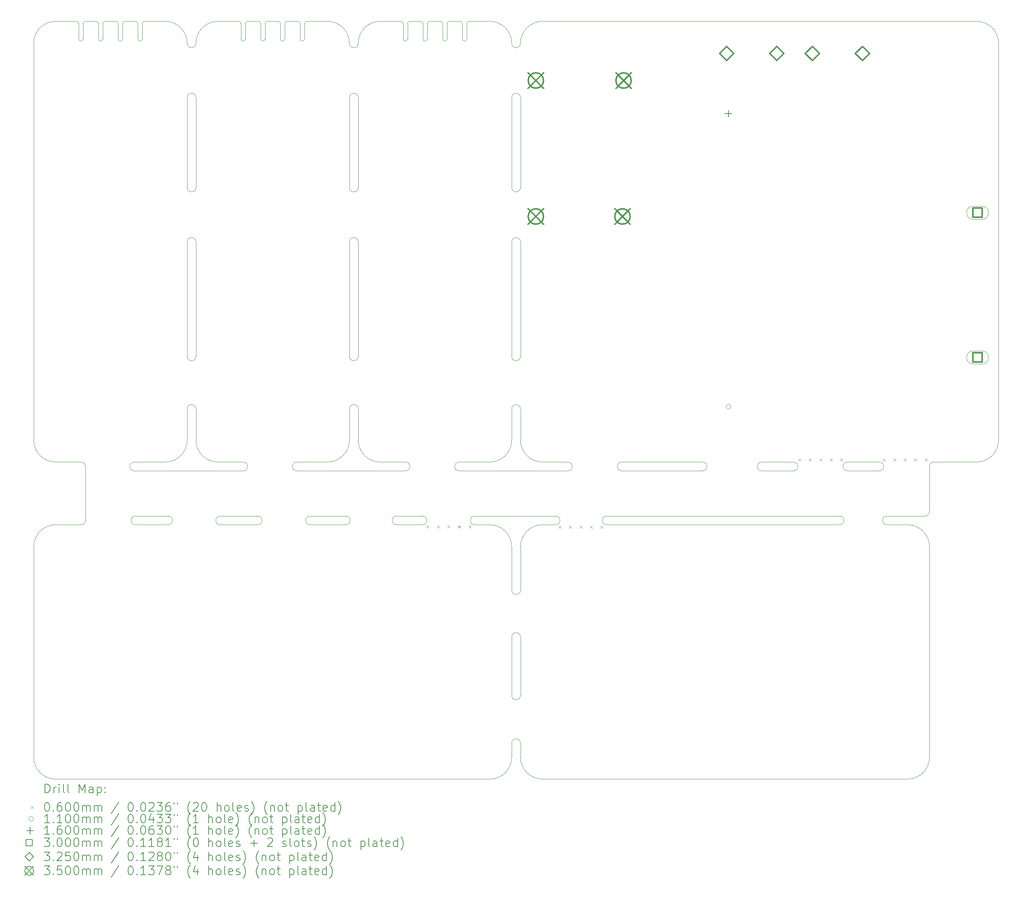
<source format=gbr>
%TF.GenerationSoftware,KiCad,Pcbnew,8.0.4+1*%
%TF.CreationDate,2024-10-21T12:46:47+00:00*%
%TF.ProjectId,hw-openmower-universal,68772d6f-7065-46e6-9d6f-7765722d756e,rev?*%
%TF.SameCoordinates,Original*%
%TF.FileFunction,Drillmap*%
%TF.FilePolarity,Positive*%
%FSLAX45Y45*%
G04 Gerber Fmt 4.5, Leading zero omitted, Abs format (unit mm)*
G04 Created by KiCad (PCBNEW 8.0.4+1) date 2024-10-21 12:46:47*
%MOMM*%
%LPD*%
G01*
G04 APERTURE LIST*
%ADD10C,0.050000*%
%ADD11C,0.200000*%
%ADD12C,0.100000*%
%ADD13C,0.110000*%
%ADD14C,0.160000*%
%ADD15C,0.300000*%
%ADD16C,0.325000*%
%ADD17C,0.350000*%
G04 APERTURE END LIST*
D10*
X11900000Y-5790000D02*
X11900000Y-3740000D01*
X15600000Y-17370000D02*
X15600000Y-16040000D01*
X15600000Y-14970000D02*
X15600000Y-13980000D01*
X14560000Y-13480000D02*
X14900000Y-13480000D01*
X6875000Y-2400000D02*
X6875000Y-2050000D01*
X23955000Y-13480000D02*
G75*
G02*
X23955000Y-13280000I0J100000D01*
G01*
X5625000Y-2400000D02*
X5625000Y-2050000D01*
X23955000Y-13480000D02*
X24425000Y-13480000D01*
X8000000Y-11550000D02*
X8000000Y-10840000D01*
X13365000Y-13280000D02*
X12775000Y-13280000D01*
X7565000Y-13280000D02*
G75*
G02*
X7565000Y-13480000I0J-100000D01*
G01*
X4500000Y-13980000D02*
G75*
G02*
X5000000Y-13480000I500000J0D01*
G01*
X15400000Y-7030000D02*
G75*
G02*
X15600000Y-7030000I100000J0D01*
G01*
X17910000Y-12050000D02*
X19750000Y-12050000D01*
X15600000Y-9640000D02*
X15600000Y-7030000D01*
X15600000Y-18460000D02*
X15600000Y-18780000D01*
X16680000Y-12050000D02*
G75*
G02*
X16680000Y-12250000I0J-100000D01*
G01*
X10675000Y-2400000D02*
X10675000Y-2050000D01*
X13325000Y-2000000D02*
X13075000Y-2000000D01*
X10075000Y-2000000D02*
X9825000Y-2000000D01*
X8200000Y-2500000D02*
G75*
G02*
X8700000Y-2000000I500000J0D01*
G01*
X11200000Y-2000000D02*
G75*
G02*
X11700000Y-2500000I0J-500000D01*
G01*
X6820000Y-13480000D02*
X7565000Y-13480000D01*
X5925000Y-2000000D02*
G75*
G02*
X5975000Y-2050000I0J-50000D01*
G01*
X13925000Y-2400000D02*
G75*
G02*
X13825000Y-2400000I-50000J0D01*
G01*
X17910000Y-12250000D02*
G75*
G02*
X17910000Y-12050000I0J100000D01*
G01*
X8000000Y-11550000D02*
G75*
G02*
X7500000Y-12050000I-500000J0D01*
G01*
X13025000Y-2400000D02*
G75*
G02*
X12925000Y-2400000I-50000J0D01*
G01*
X23055000Y-12250000D02*
G75*
G02*
X23055000Y-12050000I0J100000D01*
G01*
X14275000Y-2400000D02*
X14275000Y-2050000D01*
X6075000Y-2050000D02*
G75*
G02*
X6125000Y-2000000I50000J0D01*
G01*
X24925711Y-12150000D02*
G75*
G02*
X25025711Y-12050001I99999J0D01*
G01*
X9605000Y-13280000D02*
G75*
G02*
X9605000Y-13480000I0J-100000D01*
G01*
X7025000Y-2000000D02*
X7500000Y-2000000D01*
X15600000Y-13980000D02*
G75*
G02*
X16100000Y-13480000I500000J0D01*
G01*
X6375000Y-2000000D02*
G75*
G02*
X6425000Y-2050000I0J-50000D01*
G01*
X11615000Y-13280000D02*
G75*
G02*
X11615000Y-13480000I0J-100000D01*
G01*
X15400000Y-10840000D02*
G75*
G02*
X15600000Y-10840000I100000J0D01*
G01*
X14225000Y-2000000D02*
X13975000Y-2000000D01*
X6525000Y-2400000D02*
G75*
G02*
X6425000Y-2400000I-50000J0D01*
G01*
X9325000Y-2400000D02*
X9325000Y-2050000D01*
X9775000Y-2400000D02*
X9775000Y-2050000D01*
X9325000Y-2050000D02*
G75*
G02*
X9375000Y-2000000I50000J0D01*
G01*
X17565000Y-13480000D02*
G75*
G02*
X17565000Y-13280000I0J100000D01*
G01*
X7500000Y-12050000D02*
X6790000Y-12050000D01*
X9175000Y-2000000D02*
X8700000Y-2000000D01*
X8000000Y-10840000D02*
G75*
G02*
X8200000Y-10840000I100000J0D01*
G01*
X16100000Y-19280000D02*
G75*
G02*
X15600000Y-18780000I0J500000D01*
G01*
X24925000Y-18780000D02*
G75*
G02*
X24425000Y-19280000I-500000J0D01*
G01*
X11900000Y-5790000D02*
G75*
G02*
X11700000Y-5790000I-100000J0D01*
G01*
X10225000Y-2400000D02*
X10225000Y-2050000D01*
X8200000Y-5790000D02*
X8200000Y-3740000D01*
X21100000Y-12250000D02*
G75*
G02*
X21100000Y-12050000I0J100000D01*
G01*
X11700000Y-3740000D02*
G75*
G02*
X11900000Y-3740000I100000J0D01*
G01*
X13325000Y-2000000D02*
G75*
G02*
X13375000Y-2050000I0J-50000D01*
G01*
X23055000Y-12050000D02*
X23780000Y-12050000D01*
X13775000Y-2000000D02*
G75*
G02*
X13825000Y-2050000I0J-50000D01*
G01*
X15400000Y-3740000D02*
G75*
G02*
X15600000Y-3740000I100000J0D01*
G01*
X12875000Y-2000000D02*
X12400000Y-2000000D01*
X5580000Y-13480000D02*
X5000000Y-13480000D01*
X8700000Y-12050000D02*
G75*
G02*
X8200000Y-11550000I0J500000D01*
G01*
X23955000Y-13280000D02*
X24824289Y-13280000D01*
X13925000Y-2400000D02*
X13925000Y-2050000D01*
X6825000Y-2000000D02*
X6575000Y-2000000D01*
X12775000Y-13480000D02*
X13365000Y-13480000D01*
X11700000Y-7030000D02*
X11700000Y-9640000D01*
X6790000Y-12250000D02*
X9280000Y-12250000D01*
X13025000Y-2050000D02*
G75*
G02*
X13075000Y-2000000I50000J0D01*
G01*
X10500000Y-12250000D02*
G75*
G02*
X10500000Y-12050000I0J100000D01*
G01*
X15400000Y-18780000D02*
G75*
G02*
X14900000Y-19280000I-500000J0D01*
G01*
X8200000Y-9640000D02*
X8200000Y-7030000D01*
X15600000Y-14970000D02*
G75*
G02*
X15400000Y-14970000I-100000J0D01*
G01*
X14900000Y-12050000D02*
X14200000Y-12050000D01*
X12980000Y-12050000D02*
X12400000Y-12050000D01*
X14425000Y-2000000D02*
X14900000Y-2000000D01*
X22875000Y-13480000D02*
X17565000Y-13480000D01*
X5975000Y-2400000D02*
X5975000Y-2050000D01*
X4500000Y-2500000D02*
G75*
G02*
X5000000Y-2000000I500000J0D01*
G01*
X15400000Y-16040000D02*
G75*
G02*
X15600000Y-16040000I100000J0D01*
G01*
X13025000Y-2400000D02*
X13025000Y-2050000D01*
X10525000Y-2000000D02*
X10275000Y-2000000D01*
X10802500Y-13480000D02*
X11615000Y-13480000D01*
X11200000Y-12050000D02*
X10500000Y-12050000D01*
X6975000Y-2050000D02*
G75*
G02*
X7025000Y-2000000I50000J0D01*
G01*
X17565000Y-13280000D02*
X22875000Y-13280000D01*
X5580000Y-12050000D02*
G75*
G02*
X5680000Y-12150000I0J-100000D01*
G01*
X14225000Y-2000000D02*
G75*
G02*
X14275000Y-2050000I0J-50000D01*
G01*
X10125000Y-2400000D02*
X10125000Y-2050000D01*
X6525000Y-2050000D02*
G75*
G02*
X6575000Y-2000000I50000J0D01*
G01*
X12775000Y-13480000D02*
G75*
G02*
X12775000Y-13280000I0J100000D01*
G01*
X11700000Y-11550000D02*
X11700000Y-10840000D01*
X8752500Y-13480000D02*
X9605000Y-13480000D01*
X11900000Y-2500000D02*
G75*
G02*
X11700000Y-2500000I-100000J0D01*
G01*
X12400000Y-12050000D02*
G75*
G02*
X11900000Y-11550000I0J500000D01*
G01*
X10525000Y-2000000D02*
G75*
G02*
X10575000Y-2050000I0J-50000D01*
G01*
X15600000Y-17370000D02*
G75*
G02*
X15400000Y-17370000I-100000J0D01*
G01*
X6825000Y-2000000D02*
G75*
G02*
X6875000Y-2050000I0J-50000D01*
G01*
X15600000Y-5790000D02*
X15600000Y-3740000D01*
X5625000Y-2400000D02*
G75*
G02*
X5525000Y-2400000I-50000J0D01*
G01*
X11700000Y-7030000D02*
G75*
G02*
X11900000Y-7030000I100000J0D01*
G01*
X13365000Y-13280000D02*
G75*
G02*
X13365000Y-13480000I0J-100000D01*
G01*
X25025711Y-12050000D02*
X26000000Y-12050000D01*
X10575000Y-2400000D02*
X10575000Y-2050000D01*
X9175000Y-2000000D02*
G75*
G02*
X9225000Y-2050000I0J-50000D01*
G01*
X15400000Y-16040000D02*
X15400000Y-17370000D01*
X16100000Y-12050000D02*
X16680000Y-12050000D01*
X24925000Y-18780000D02*
X24925000Y-13980000D01*
X15600000Y-9640000D02*
G75*
G02*
X15400000Y-9640000I-100000J0D01*
G01*
X14375000Y-2050000D02*
G75*
G02*
X14425000Y-2000000I50000J0D01*
G01*
X10675000Y-2050000D02*
G75*
G02*
X10725000Y-2000000I50000J0D01*
G01*
X13775000Y-2000000D02*
X13525000Y-2000000D01*
X11700000Y-11550000D02*
G75*
G02*
X11200000Y-12050000I-500000J0D01*
G01*
X14200000Y-12250000D02*
G75*
G02*
X14200000Y-12050000I0J100000D01*
G01*
X14375000Y-2400000D02*
X14375000Y-2050000D01*
X6975000Y-2400000D02*
X6975000Y-2050000D01*
X11615000Y-13280000D02*
X10802500Y-13280000D01*
X6975000Y-2400000D02*
G75*
G02*
X6875000Y-2400000I-50000J0D01*
G01*
X14560000Y-13480000D02*
G75*
G02*
X14560000Y-13280000I0J100000D01*
G01*
X14375000Y-2400000D02*
G75*
G02*
X14275000Y-2400000I-50000J0D01*
G01*
X12980000Y-12050000D02*
G75*
G02*
X12980000Y-12250000I0J-100000D01*
G01*
X7565000Y-13280000D02*
X6820000Y-13280000D01*
X8200000Y-2500000D02*
G75*
G02*
X8000000Y-2500000I-100000J0D01*
G01*
X9675000Y-2400000D02*
X9675000Y-2050000D01*
X19750000Y-12250000D02*
X17910000Y-12250000D01*
X19750000Y-12050000D02*
G75*
G02*
X19750000Y-12250000I0J-100000D01*
G01*
X5925000Y-2000000D02*
X5675000Y-2000000D01*
X14200000Y-12250000D02*
X16680000Y-12250000D01*
X9775000Y-2400000D02*
G75*
G02*
X9675000Y-2400000I-50000J0D01*
G01*
X5000000Y-12050000D02*
G75*
G02*
X4500000Y-11550000I0J500000D01*
G01*
X5475000Y-2000000D02*
X5000000Y-2000000D01*
X8700000Y-12050000D02*
X9280000Y-12050000D01*
X22875000Y-13280000D02*
G75*
G02*
X22875000Y-13480000I0J-100000D01*
G01*
X12925000Y-2400000D02*
X12925000Y-2050000D01*
X15400000Y-14970000D02*
X15400000Y-13980000D01*
X15400000Y-18780000D02*
X15400000Y-18460000D01*
X8000000Y-7030000D02*
G75*
G02*
X8200000Y-7030000I100000J0D01*
G01*
X9280000Y-12050000D02*
G75*
G02*
X9280000Y-12250000I0J-100000D01*
G01*
X15600000Y-5790000D02*
G75*
G02*
X15400000Y-5790000I-100000J0D01*
G01*
X4500000Y-13980000D02*
X4500000Y-18780000D01*
X11900000Y-11550000D02*
X11900000Y-10840000D01*
X24925002Y-13180000D02*
G75*
G02*
X24824289Y-13280000I-100003J0D01*
G01*
X6525000Y-2400000D02*
X6525000Y-2050000D01*
X23780000Y-12050000D02*
G75*
G02*
X23780000Y-12250000I0J-100000D01*
G01*
X6075000Y-2400000D02*
G75*
G02*
X5975000Y-2400000I-50000J0D01*
G01*
X9625000Y-2000000D02*
X9375000Y-2000000D01*
X13475000Y-2400000D02*
G75*
G02*
X13375000Y-2400000I-50000J0D01*
G01*
X15400000Y-7030000D02*
X15400000Y-9640000D01*
X8200000Y-5790000D02*
G75*
G02*
X8000000Y-5790000I-100000J0D01*
G01*
X11700000Y-3740000D02*
X11700000Y-5790000D01*
X24425000Y-13480000D02*
G75*
G02*
X24925000Y-13980000I0J-500000D01*
G01*
X11900000Y-2500000D02*
G75*
G02*
X12400000Y-2000000I500000J0D01*
G01*
X15600000Y-2500000D02*
G75*
G02*
X15400000Y-2500000I-100000J0D01*
G01*
X14900000Y-13480000D02*
G75*
G02*
X15400000Y-13980000I0J-500000D01*
G01*
X6820000Y-13480000D02*
G75*
G02*
X6820000Y-13280000I0J100000D01*
G01*
X15400000Y-18460000D02*
G75*
G02*
X15600000Y-18460000I100000J0D01*
G01*
X8200000Y-11550000D02*
X8200000Y-10840000D01*
X11900000Y-9640000D02*
X11900000Y-7030000D01*
X13925000Y-2050000D02*
G75*
G02*
X13975000Y-2000000I50000J0D01*
G01*
X5000000Y-19280000D02*
X14900000Y-19280000D01*
X26500000Y-11550000D02*
G75*
G02*
X26000000Y-12050000I-500000J0D01*
G01*
X8752500Y-13480000D02*
G75*
G02*
X8752500Y-13280000I0J100000D01*
G01*
X21100000Y-12050000D02*
X21825000Y-12050000D01*
X16100000Y-19280000D02*
X24425000Y-19280000D01*
X7500000Y-2000000D02*
G75*
G02*
X8000000Y-2500000I0J-500000D01*
G01*
X11900000Y-9640000D02*
G75*
G02*
X11700000Y-9640000I-100000J0D01*
G01*
X8000000Y-7030000D02*
X8000000Y-9640000D01*
X10802500Y-13480000D02*
G75*
G02*
X10802500Y-13280000I0J100000D01*
G01*
X26000000Y-2000000D02*
G75*
G02*
X26500000Y-2500000I0J-500000D01*
G01*
X8000000Y-3740000D02*
G75*
G02*
X8200000Y-3740000I100000J0D01*
G01*
X10225000Y-2050000D02*
G75*
G02*
X10275000Y-2000000I50000J0D01*
G01*
X11700000Y-10840000D02*
G75*
G02*
X11900000Y-10840000I100000J0D01*
G01*
X6790000Y-12250000D02*
G75*
G02*
X6790000Y-12050000I0J100000D01*
G01*
X8200000Y-9640000D02*
G75*
G02*
X8000000Y-9640000I-100000J0D01*
G01*
X10225000Y-2400000D02*
G75*
G02*
X10125000Y-2400000I-50000J0D01*
G01*
X5475000Y-2000000D02*
G75*
G02*
X5525000Y-2050000I0J-50000D01*
G01*
X15400000Y-11550000D02*
X15400000Y-10840000D01*
X16100000Y-12050000D02*
G75*
G02*
X15600000Y-11550000I0J500000D01*
G01*
X15400000Y-11550000D02*
G75*
G02*
X14900000Y-12050000I-500000J0D01*
G01*
X6425000Y-2400000D02*
X6425000Y-2050000D01*
X5000000Y-19280000D02*
G75*
G02*
X4500000Y-18780000I0J500000D01*
G01*
X13825000Y-2400000D02*
X13825000Y-2050000D01*
X9605000Y-13280000D02*
X8752500Y-13280000D01*
X5625000Y-2050000D02*
G75*
G02*
X5675000Y-2000000I50000J0D01*
G01*
X15400000Y-3740000D02*
X15400000Y-5790000D01*
X9775000Y-2050000D02*
G75*
G02*
X9825000Y-2000000I50000J0D01*
G01*
X14900000Y-2000000D02*
G75*
G02*
X15400000Y-2500000I0J-500000D01*
G01*
X13475000Y-2400000D02*
X13475000Y-2050000D01*
X13375000Y-2400000D02*
X13375000Y-2050000D01*
X26000000Y-2000000D02*
X16100000Y-2000000D01*
X9325000Y-2400000D02*
G75*
G02*
X9225000Y-2400000I-50000J0D01*
G01*
X21825000Y-12050000D02*
G75*
G02*
X21825000Y-12250000I0J-100000D01*
G01*
X15600000Y-11550000D02*
X15600000Y-10840000D01*
X16400000Y-13480000D02*
X16100000Y-13480000D01*
X9625000Y-2000000D02*
G75*
G02*
X9675000Y-2050000I0J-50000D01*
G01*
X6075000Y-2400000D02*
X6075000Y-2050000D01*
X16400000Y-13280000D02*
X14560000Y-13280000D01*
X10500000Y-12250000D02*
X12980000Y-12250000D01*
X10675000Y-2400000D02*
G75*
G02*
X10575000Y-2400000I-50000J0D01*
G01*
X15600000Y-2500000D02*
G75*
G02*
X16100000Y-2000000I500000J0D01*
G01*
X4500000Y-11550000D02*
X4500000Y-2500000D01*
X13475000Y-2050000D02*
G75*
G02*
X13525000Y-2000000I50000J0D01*
G01*
X6375000Y-2000000D02*
X6125000Y-2000000D01*
X10725000Y-2000000D02*
X11200000Y-2000000D01*
X5000000Y-12050000D02*
X5580000Y-12050000D01*
X23780000Y-12250000D02*
X23055000Y-12250000D01*
X12875000Y-2000000D02*
G75*
G02*
X12925000Y-2050000I0J-50000D01*
G01*
X5680000Y-13380000D02*
G75*
G02*
X5580000Y-13480000I-100000J0D01*
G01*
X21825000Y-12250000D02*
X21100000Y-12250000D01*
X10075000Y-2000000D02*
G75*
G02*
X10125000Y-2050000I0J-50000D01*
G01*
X5680000Y-12150000D02*
X5680000Y-13380000D01*
X8000000Y-3740000D02*
X8000000Y-5790000D01*
X9225000Y-2400000D02*
X9225000Y-2050000D01*
X26500000Y-11550000D02*
X26500000Y-2500000D01*
X16400000Y-13280000D02*
G75*
G02*
X16400000Y-13480000I0J-100000D01*
G01*
X24925002Y-13180000D02*
X24925711Y-12150000D01*
X5525000Y-2400000D02*
X5525000Y-2050000D01*
D11*
D12*
X13455000Y-13490000D02*
X13515000Y-13550000D01*
X13515000Y-13490000D02*
X13455000Y-13550000D01*
X13695000Y-13490000D02*
X13755000Y-13550000D01*
X13755000Y-13490000D02*
X13695000Y-13550000D01*
X13935000Y-13490000D02*
X13995000Y-13550000D01*
X13995000Y-13490000D02*
X13935000Y-13550000D01*
X14175000Y-13490000D02*
X14235000Y-13550000D01*
X14235000Y-13490000D02*
X14175000Y-13550000D01*
X14415000Y-13490000D02*
X14475000Y-13550000D01*
X14475000Y-13490000D02*
X14415000Y-13550000D01*
X16465000Y-13505000D02*
X16525000Y-13565000D01*
X16525000Y-13505000D02*
X16465000Y-13565000D01*
X16705000Y-13505000D02*
X16765000Y-13565000D01*
X16765000Y-13505000D02*
X16705000Y-13565000D01*
X16945000Y-13505000D02*
X17005000Y-13565000D01*
X17005000Y-13505000D02*
X16945000Y-13565000D01*
X17185000Y-13505000D02*
X17245000Y-13565000D01*
X17245000Y-13505000D02*
X17185000Y-13565000D01*
X17425000Y-13505000D02*
X17485000Y-13565000D01*
X17485000Y-13505000D02*
X17425000Y-13565000D01*
X21935000Y-11970000D02*
X21995000Y-12030000D01*
X21995000Y-11970000D02*
X21935000Y-12030000D01*
X22175000Y-11970000D02*
X22235000Y-12030000D01*
X22235000Y-11970000D02*
X22175000Y-12030000D01*
X22415000Y-11970000D02*
X22475000Y-12030000D01*
X22475000Y-11970000D02*
X22415000Y-12030000D01*
X22655000Y-11970000D02*
X22715000Y-12030000D01*
X22715000Y-11970000D02*
X22655000Y-12030000D01*
X22895000Y-11970000D02*
X22955000Y-12030000D01*
X22955000Y-11970000D02*
X22895000Y-12030000D01*
X23860000Y-11970000D02*
X23920000Y-12030000D01*
X23920000Y-11970000D02*
X23860000Y-12030000D01*
X24100000Y-11970000D02*
X24160000Y-12030000D01*
X24160000Y-11970000D02*
X24100000Y-12030000D01*
X24340000Y-11970000D02*
X24400000Y-12030000D01*
X24400000Y-11970000D02*
X24340000Y-12030000D01*
X24580000Y-11970000D02*
X24640000Y-12030000D01*
X24640000Y-11970000D02*
X24580000Y-12030000D01*
X24820000Y-11970000D02*
X24880000Y-12030000D01*
X24880000Y-11970000D02*
X24820000Y-12030000D01*
D13*
X20397000Y-10784700D02*
G75*
G02*
X20287000Y-10784700I-55000J0D01*
G01*
X20287000Y-10784700D02*
G75*
G02*
X20397000Y-10784700I55000J0D01*
G01*
D14*
X20342000Y-4024700D02*
X20342000Y-4184700D01*
X20262000Y-4104700D02*
X20422000Y-4104700D01*
D15*
X26128067Y-6470767D02*
X26128067Y-6258633D01*
X25915933Y-6258633D01*
X25915933Y-6470767D01*
X26128067Y-6470767D01*
D12*
X26122000Y-6214700D02*
X25922000Y-6214700D01*
X25922000Y-6514700D02*
G75*
G02*
X25922000Y-6214700I0J150000D01*
G01*
X25922000Y-6514700D02*
X26122000Y-6514700D01*
X26122000Y-6514700D02*
G75*
G03*
X26122000Y-6214700I0J150000D01*
G01*
D15*
X26128067Y-9770767D02*
X26128067Y-9558633D01*
X25915933Y-9558633D01*
X25915933Y-9770767D01*
X26128067Y-9770767D01*
D12*
X26122000Y-9514700D02*
X25922000Y-9514700D01*
X25922000Y-9814700D02*
G75*
G02*
X25922000Y-9514700I0J150000D01*
G01*
X25922000Y-9814700D02*
X26122000Y-9814700D01*
X26122000Y-9814700D02*
G75*
G03*
X26122000Y-9514700I0J150000D01*
G01*
D16*
X20303500Y-2893000D02*
X20466000Y-2730500D01*
X20303500Y-2568000D01*
X20141000Y-2730500D01*
X20303500Y-2893000D01*
X21446500Y-2893000D02*
X21609000Y-2730500D01*
X21446500Y-2568000D01*
X21284000Y-2730500D01*
X21446500Y-2893000D01*
X22253500Y-2893000D02*
X22416000Y-2730500D01*
X22253500Y-2568000D01*
X22091000Y-2730500D01*
X22253500Y-2893000D01*
X23396500Y-2893000D02*
X23559000Y-2730500D01*
X23396500Y-2568000D01*
X23234000Y-2730500D01*
X23396500Y-2893000D01*
D17*
X15775000Y-3175000D02*
X16125000Y-3525000D01*
X16125000Y-3175000D02*
X15775000Y-3525000D01*
X16125000Y-3350000D02*
G75*
G02*
X15775000Y-3350000I-175000J0D01*
G01*
X15775000Y-3350000D02*
G75*
G02*
X16125000Y-3350000I175000J0D01*
G01*
X15775000Y-6275000D02*
X16125000Y-6625000D01*
X16125000Y-6275000D02*
X15775000Y-6625000D01*
X16125000Y-6450000D02*
G75*
G02*
X15775000Y-6450000I-175000J0D01*
G01*
X15775000Y-6450000D02*
G75*
G02*
X16125000Y-6450000I175000J0D01*
G01*
X17750000Y-6275000D02*
X18100000Y-6625000D01*
X18100000Y-6275000D02*
X17750000Y-6625000D01*
X18100000Y-6450000D02*
G75*
G02*
X17750000Y-6450000I-175000J0D01*
G01*
X17750000Y-6450000D02*
G75*
G02*
X18100000Y-6450000I175000J0D01*
G01*
X17775000Y-3175000D02*
X18125000Y-3525000D01*
X18125000Y-3175000D02*
X17775000Y-3525000D01*
X18125000Y-3350000D02*
G75*
G02*
X17775000Y-3350000I-175000J0D01*
G01*
X17775000Y-3350000D02*
G75*
G02*
X18125000Y-3350000I175000J0D01*
G01*
D11*
X4758277Y-19593984D02*
X4758277Y-19393984D01*
X4758277Y-19393984D02*
X4805896Y-19393984D01*
X4805896Y-19393984D02*
X4834467Y-19403508D01*
X4834467Y-19403508D02*
X4853515Y-19422555D01*
X4853515Y-19422555D02*
X4863039Y-19441603D01*
X4863039Y-19441603D02*
X4872563Y-19479698D01*
X4872563Y-19479698D02*
X4872563Y-19508270D01*
X4872563Y-19508270D02*
X4863039Y-19546365D01*
X4863039Y-19546365D02*
X4853515Y-19565412D01*
X4853515Y-19565412D02*
X4834467Y-19584460D01*
X4834467Y-19584460D02*
X4805896Y-19593984D01*
X4805896Y-19593984D02*
X4758277Y-19593984D01*
X4958277Y-19593984D02*
X4958277Y-19460650D01*
X4958277Y-19498746D02*
X4967801Y-19479698D01*
X4967801Y-19479698D02*
X4977324Y-19470174D01*
X4977324Y-19470174D02*
X4996372Y-19460650D01*
X4996372Y-19460650D02*
X5015420Y-19460650D01*
X5082086Y-19593984D02*
X5082086Y-19460650D01*
X5082086Y-19393984D02*
X5072563Y-19403508D01*
X5072563Y-19403508D02*
X5082086Y-19413031D01*
X5082086Y-19413031D02*
X5091610Y-19403508D01*
X5091610Y-19403508D02*
X5082086Y-19393984D01*
X5082086Y-19393984D02*
X5082086Y-19413031D01*
X5205896Y-19593984D02*
X5186848Y-19584460D01*
X5186848Y-19584460D02*
X5177324Y-19565412D01*
X5177324Y-19565412D02*
X5177324Y-19393984D01*
X5310658Y-19593984D02*
X5291610Y-19584460D01*
X5291610Y-19584460D02*
X5282086Y-19565412D01*
X5282086Y-19565412D02*
X5282086Y-19393984D01*
X5539229Y-19593984D02*
X5539229Y-19393984D01*
X5539229Y-19393984D02*
X5605896Y-19536841D01*
X5605896Y-19536841D02*
X5672562Y-19393984D01*
X5672562Y-19393984D02*
X5672562Y-19593984D01*
X5853515Y-19593984D02*
X5853515Y-19489222D01*
X5853515Y-19489222D02*
X5843991Y-19470174D01*
X5843991Y-19470174D02*
X5824943Y-19460650D01*
X5824943Y-19460650D02*
X5786848Y-19460650D01*
X5786848Y-19460650D02*
X5767801Y-19470174D01*
X5853515Y-19584460D02*
X5834467Y-19593984D01*
X5834467Y-19593984D02*
X5786848Y-19593984D01*
X5786848Y-19593984D02*
X5767801Y-19584460D01*
X5767801Y-19584460D02*
X5758277Y-19565412D01*
X5758277Y-19565412D02*
X5758277Y-19546365D01*
X5758277Y-19546365D02*
X5767801Y-19527317D01*
X5767801Y-19527317D02*
X5786848Y-19517793D01*
X5786848Y-19517793D02*
X5834467Y-19517793D01*
X5834467Y-19517793D02*
X5853515Y-19508270D01*
X5948753Y-19460650D02*
X5948753Y-19660650D01*
X5948753Y-19470174D02*
X5967801Y-19460650D01*
X5967801Y-19460650D02*
X6005896Y-19460650D01*
X6005896Y-19460650D02*
X6024943Y-19470174D01*
X6024943Y-19470174D02*
X6034467Y-19479698D01*
X6034467Y-19479698D02*
X6043991Y-19498746D01*
X6043991Y-19498746D02*
X6043991Y-19555889D01*
X6043991Y-19555889D02*
X6034467Y-19574936D01*
X6034467Y-19574936D02*
X6024943Y-19584460D01*
X6024943Y-19584460D02*
X6005896Y-19593984D01*
X6005896Y-19593984D02*
X5967801Y-19593984D01*
X5967801Y-19593984D02*
X5948753Y-19584460D01*
X6129705Y-19574936D02*
X6139229Y-19584460D01*
X6139229Y-19584460D02*
X6129705Y-19593984D01*
X6129705Y-19593984D02*
X6120182Y-19584460D01*
X6120182Y-19584460D02*
X6129705Y-19574936D01*
X6129705Y-19574936D02*
X6129705Y-19593984D01*
X6129705Y-19470174D02*
X6139229Y-19479698D01*
X6139229Y-19479698D02*
X6129705Y-19489222D01*
X6129705Y-19489222D02*
X6120182Y-19479698D01*
X6120182Y-19479698D02*
X6129705Y-19470174D01*
X6129705Y-19470174D02*
X6129705Y-19489222D01*
D12*
X4437500Y-19892500D02*
X4497500Y-19952500D01*
X4497500Y-19892500D02*
X4437500Y-19952500D01*
D11*
X4796372Y-19813984D02*
X4815420Y-19813984D01*
X4815420Y-19813984D02*
X4834467Y-19823508D01*
X4834467Y-19823508D02*
X4843991Y-19833031D01*
X4843991Y-19833031D02*
X4853515Y-19852079D01*
X4853515Y-19852079D02*
X4863039Y-19890174D01*
X4863039Y-19890174D02*
X4863039Y-19937793D01*
X4863039Y-19937793D02*
X4853515Y-19975889D01*
X4853515Y-19975889D02*
X4843991Y-19994936D01*
X4843991Y-19994936D02*
X4834467Y-20004460D01*
X4834467Y-20004460D02*
X4815420Y-20013984D01*
X4815420Y-20013984D02*
X4796372Y-20013984D01*
X4796372Y-20013984D02*
X4777324Y-20004460D01*
X4777324Y-20004460D02*
X4767801Y-19994936D01*
X4767801Y-19994936D02*
X4758277Y-19975889D01*
X4758277Y-19975889D02*
X4748753Y-19937793D01*
X4748753Y-19937793D02*
X4748753Y-19890174D01*
X4748753Y-19890174D02*
X4758277Y-19852079D01*
X4758277Y-19852079D02*
X4767801Y-19833031D01*
X4767801Y-19833031D02*
X4777324Y-19823508D01*
X4777324Y-19823508D02*
X4796372Y-19813984D01*
X4948753Y-19994936D02*
X4958277Y-20004460D01*
X4958277Y-20004460D02*
X4948753Y-20013984D01*
X4948753Y-20013984D02*
X4939229Y-20004460D01*
X4939229Y-20004460D02*
X4948753Y-19994936D01*
X4948753Y-19994936D02*
X4948753Y-20013984D01*
X5129705Y-19813984D02*
X5091610Y-19813984D01*
X5091610Y-19813984D02*
X5072563Y-19823508D01*
X5072563Y-19823508D02*
X5063039Y-19833031D01*
X5063039Y-19833031D02*
X5043991Y-19861603D01*
X5043991Y-19861603D02*
X5034467Y-19899698D01*
X5034467Y-19899698D02*
X5034467Y-19975889D01*
X5034467Y-19975889D02*
X5043991Y-19994936D01*
X5043991Y-19994936D02*
X5053515Y-20004460D01*
X5053515Y-20004460D02*
X5072563Y-20013984D01*
X5072563Y-20013984D02*
X5110658Y-20013984D01*
X5110658Y-20013984D02*
X5129705Y-20004460D01*
X5129705Y-20004460D02*
X5139229Y-19994936D01*
X5139229Y-19994936D02*
X5148753Y-19975889D01*
X5148753Y-19975889D02*
X5148753Y-19928270D01*
X5148753Y-19928270D02*
X5139229Y-19909222D01*
X5139229Y-19909222D02*
X5129705Y-19899698D01*
X5129705Y-19899698D02*
X5110658Y-19890174D01*
X5110658Y-19890174D02*
X5072563Y-19890174D01*
X5072563Y-19890174D02*
X5053515Y-19899698D01*
X5053515Y-19899698D02*
X5043991Y-19909222D01*
X5043991Y-19909222D02*
X5034467Y-19928270D01*
X5272563Y-19813984D02*
X5291610Y-19813984D01*
X5291610Y-19813984D02*
X5310658Y-19823508D01*
X5310658Y-19823508D02*
X5320182Y-19833031D01*
X5320182Y-19833031D02*
X5329705Y-19852079D01*
X5329705Y-19852079D02*
X5339229Y-19890174D01*
X5339229Y-19890174D02*
X5339229Y-19937793D01*
X5339229Y-19937793D02*
X5329705Y-19975889D01*
X5329705Y-19975889D02*
X5320182Y-19994936D01*
X5320182Y-19994936D02*
X5310658Y-20004460D01*
X5310658Y-20004460D02*
X5291610Y-20013984D01*
X5291610Y-20013984D02*
X5272563Y-20013984D01*
X5272563Y-20013984D02*
X5253515Y-20004460D01*
X5253515Y-20004460D02*
X5243991Y-19994936D01*
X5243991Y-19994936D02*
X5234467Y-19975889D01*
X5234467Y-19975889D02*
X5224944Y-19937793D01*
X5224944Y-19937793D02*
X5224944Y-19890174D01*
X5224944Y-19890174D02*
X5234467Y-19852079D01*
X5234467Y-19852079D02*
X5243991Y-19833031D01*
X5243991Y-19833031D02*
X5253515Y-19823508D01*
X5253515Y-19823508D02*
X5272563Y-19813984D01*
X5463039Y-19813984D02*
X5482086Y-19813984D01*
X5482086Y-19813984D02*
X5501134Y-19823508D01*
X5501134Y-19823508D02*
X5510658Y-19833031D01*
X5510658Y-19833031D02*
X5520182Y-19852079D01*
X5520182Y-19852079D02*
X5529705Y-19890174D01*
X5529705Y-19890174D02*
X5529705Y-19937793D01*
X5529705Y-19937793D02*
X5520182Y-19975889D01*
X5520182Y-19975889D02*
X5510658Y-19994936D01*
X5510658Y-19994936D02*
X5501134Y-20004460D01*
X5501134Y-20004460D02*
X5482086Y-20013984D01*
X5482086Y-20013984D02*
X5463039Y-20013984D01*
X5463039Y-20013984D02*
X5443991Y-20004460D01*
X5443991Y-20004460D02*
X5434467Y-19994936D01*
X5434467Y-19994936D02*
X5424944Y-19975889D01*
X5424944Y-19975889D02*
X5415420Y-19937793D01*
X5415420Y-19937793D02*
X5415420Y-19890174D01*
X5415420Y-19890174D02*
X5424944Y-19852079D01*
X5424944Y-19852079D02*
X5434467Y-19833031D01*
X5434467Y-19833031D02*
X5443991Y-19823508D01*
X5443991Y-19823508D02*
X5463039Y-19813984D01*
X5615420Y-20013984D02*
X5615420Y-19880650D01*
X5615420Y-19899698D02*
X5624943Y-19890174D01*
X5624943Y-19890174D02*
X5643991Y-19880650D01*
X5643991Y-19880650D02*
X5672563Y-19880650D01*
X5672563Y-19880650D02*
X5691610Y-19890174D01*
X5691610Y-19890174D02*
X5701134Y-19909222D01*
X5701134Y-19909222D02*
X5701134Y-20013984D01*
X5701134Y-19909222D02*
X5710658Y-19890174D01*
X5710658Y-19890174D02*
X5729705Y-19880650D01*
X5729705Y-19880650D02*
X5758277Y-19880650D01*
X5758277Y-19880650D02*
X5777324Y-19890174D01*
X5777324Y-19890174D02*
X5786848Y-19909222D01*
X5786848Y-19909222D02*
X5786848Y-20013984D01*
X5882086Y-20013984D02*
X5882086Y-19880650D01*
X5882086Y-19899698D02*
X5891610Y-19890174D01*
X5891610Y-19890174D02*
X5910658Y-19880650D01*
X5910658Y-19880650D02*
X5939229Y-19880650D01*
X5939229Y-19880650D02*
X5958277Y-19890174D01*
X5958277Y-19890174D02*
X5967801Y-19909222D01*
X5967801Y-19909222D02*
X5967801Y-20013984D01*
X5967801Y-19909222D02*
X5977324Y-19890174D01*
X5977324Y-19890174D02*
X5996372Y-19880650D01*
X5996372Y-19880650D02*
X6024943Y-19880650D01*
X6024943Y-19880650D02*
X6043991Y-19890174D01*
X6043991Y-19890174D02*
X6053515Y-19909222D01*
X6053515Y-19909222D02*
X6053515Y-20013984D01*
X6443991Y-19804460D02*
X6272563Y-20061603D01*
X6701134Y-19813984D02*
X6720182Y-19813984D01*
X6720182Y-19813984D02*
X6739229Y-19823508D01*
X6739229Y-19823508D02*
X6748753Y-19833031D01*
X6748753Y-19833031D02*
X6758277Y-19852079D01*
X6758277Y-19852079D02*
X6767801Y-19890174D01*
X6767801Y-19890174D02*
X6767801Y-19937793D01*
X6767801Y-19937793D02*
X6758277Y-19975889D01*
X6758277Y-19975889D02*
X6748753Y-19994936D01*
X6748753Y-19994936D02*
X6739229Y-20004460D01*
X6739229Y-20004460D02*
X6720182Y-20013984D01*
X6720182Y-20013984D02*
X6701134Y-20013984D01*
X6701134Y-20013984D02*
X6682086Y-20004460D01*
X6682086Y-20004460D02*
X6672563Y-19994936D01*
X6672563Y-19994936D02*
X6663039Y-19975889D01*
X6663039Y-19975889D02*
X6653515Y-19937793D01*
X6653515Y-19937793D02*
X6653515Y-19890174D01*
X6653515Y-19890174D02*
X6663039Y-19852079D01*
X6663039Y-19852079D02*
X6672563Y-19833031D01*
X6672563Y-19833031D02*
X6682086Y-19823508D01*
X6682086Y-19823508D02*
X6701134Y-19813984D01*
X6853515Y-19994936D02*
X6863039Y-20004460D01*
X6863039Y-20004460D02*
X6853515Y-20013984D01*
X6853515Y-20013984D02*
X6843991Y-20004460D01*
X6843991Y-20004460D02*
X6853515Y-19994936D01*
X6853515Y-19994936D02*
X6853515Y-20013984D01*
X6986848Y-19813984D02*
X7005896Y-19813984D01*
X7005896Y-19813984D02*
X7024944Y-19823508D01*
X7024944Y-19823508D02*
X7034467Y-19833031D01*
X7034467Y-19833031D02*
X7043991Y-19852079D01*
X7043991Y-19852079D02*
X7053515Y-19890174D01*
X7053515Y-19890174D02*
X7053515Y-19937793D01*
X7053515Y-19937793D02*
X7043991Y-19975889D01*
X7043991Y-19975889D02*
X7034467Y-19994936D01*
X7034467Y-19994936D02*
X7024944Y-20004460D01*
X7024944Y-20004460D02*
X7005896Y-20013984D01*
X7005896Y-20013984D02*
X6986848Y-20013984D01*
X6986848Y-20013984D02*
X6967801Y-20004460D01*
X6967801Y-20004460D02*
X6958277Y-19994936D01*
X6958277Y-19994936D02*
X6948753Y-19975889D01*
X6948753Y-19975889D02*
X6939229Y-19937793D01*
X6939229Y-19937793D02*
X6939229Y-19890174D01*
X6939229Y-19890174D02*
X6948753Y-19852079D01*
X6948753Y-19852079D02*
X6958277Y-19833031D01*
X6958277Y-19833031D02*
X6967801Y-19823508D01*
X6967801Y-19823508D02*
X6986848Y-19813984D01*
X7129706Y-19833031D02*
X7139229Y-19823508D01*
X7139229Y-19823508D02*
X7158277Y-19813984D01*
X7158277Y-19813984D02*
X7205896Y-19813984D01*
X7205896Y-19813984D02*
X7224944Y-19823508D01*
X7224944Y-19823508D02*
X7234467Y-19833031D01*
X7234467Y-19833031D02*
X7243991Y-19852079D01*
X7243991Y-19852079D02*
X7243991Y-19871127D01*
X7243991Y-19871127D02*
X7234467Y-19899698D01*
X7234467Y-19899698D02*
X7120182Y-20013984D01*
X7120182Y-20013984D02*
X7243991Y-20013984D01*
X7310658Y-19813984D02*
X7434467Y-19813984D01*
X7434467Y-19813984D02*
X7367801Y-19890174D01*
X7367801Y-19890174D02*
X7396372Y-19890174D01*
X7396372Y-19890174D02*
X7415420Y-19899698D01*
X7415420Y-19899698D02*
X7424944Y-19909222D01*
X7424944Y-19909222D02*
X7434467Y-19928270D01*
X7434467Y-19928270D02*
X7434467Y-19975889D01*
X7434467Y-19975889D02*
X7424944Y-19994936D01*
X7424944Y-19994936D02*
X7415420Y-20004460D01*
X7415420Y-20004460D02*
X7396372Y-20013984D01*
X7396372Y-20013984D02*
X7339229Y-20013984D01*
X7339229Y-20013984D02*
X7320182Y-20004460D01*
X7320182Y-20004460D02*
X7310658Y-19994936D01*
X7605896Y-19813984D02*
X7567801Y-19813984D01*
X7567801Y-19813984D02*
X7548753Y-19823508D01*
X7548753Y-19823508D02*
X7539229Y-19833031D01*
X7539229Y-19833031D02*
X7520182Y-19861603D01*
X7520182Y-19861603D02*
X7510658Y-19899698D01*
X7510658Y-19899698D02*
X7510658Y-19975889D01*
X7510658Y-19975889D02*
X7520182Y-19994936D01*
X7520182Y-19994936D02*
X7529706Y-20004460D01*
X7529706Y-20004460D02*
X7548753Y-20013984D01*
X7548753Y-20013984D02*
X7586848Y-20013984D01*
X7586848Y-20013984D02*
X7605896Y-20004460D01*
X7605896Y-20004460D02*
X7615420Y-19994936D01*
X7615420Y-19994936D02*
X7624944Y-19975889D01*
X7624944Y-19975889D02*
X7624944Y-19928270D01*
X7624944Y-19928270D02*
X7615420Y-19909222D01*
X7615420Y-19909222D02*
X7605896Y-19899698D01*
X7605896Y-19899698D02*
X7586848Y-19890174D01*
X7586848Y-19890174D02*
X7548753Y-19890174D01*
X7548753Y-19890174D02*
X7529706Y-19899698D01*
X7529706Y-19899698D02*
X7520182Y-19909222D01*
X7520182Y-19909222D02*
X7510658Y-19928270D01*
X7701134Y-19813984D02*
X7701134Y-19852079D01*
X7777325Y-19813984D02*
X7777325Y-19852079D01*
X8072563Y-20090174D02*
X8063039Y-20080650D01*
X8063039Y-20080650D02*
X8043991Y-20052079D01*
X8043991Y-20052079D02*
X8034468Y-20033031D01*
X8034468Y-20033031D02*
X8024944Y-20004460D01*
X8024944Y-20004460D02*
X8015420Y-19956841D01*
X8015420Y-19956841D02*
X8015420Y-19918746D01*
X8015420Y-19918746D02*
X8024944Y-19871127D01*
X8024944Y-19871127D02*
X8034468Y-19842555D01*
X8034468Y-19842555D02*
X8043991Y-19823508D01*
X8043991Y-19823508D02*
X8063039Y-19794936D01*
X8063039Y-19794936D02*
X8072563Y-19785412D01*
X8139229Y-19833031D02*
X8148753Y-19823508D01*
X8148753Y-19823508D02*
X8167801Y-19813984D01*
X8167801Y-19813984D02*
X8215420Y-19813984D01*
X8215420Y-19813984D02*
X8234468Y-19823508D01*
X8234468Y-19823508D02*
X8243991Y-19833031D01*
X8243991Y-19833031D02*
X8253515Y-19852079D01*
X8253515Y-19852079D02*
X8253515Y-19871127D01*
X8253515Y-19871127D02*
X8243991Y-19899698D01*
X8243991Y-19899698D02*
X8129706Y-20013984D01*
X8129706Y-20013984D02*
X8253515Y-20013984D01*
X8377325Y-19813984D02*
X8396372Y-19813984D01*
X8396372Y-19813984D02*
X8415420Y-19823508D01*
X8415420Y-19823508D02*
X8424944Y-19833031D01*
X8424944Y-19833031D02*
X8434468Y-19852079D01*
X8434468Y-19852079D02*
X8443991Y-19890174D01*
X8443991Y-19890174D02*
X8443991Y-19937793D01*
X8443991Y-19937793D02*
X8434468Y-19975889D01*
X8434468Y-19975889D02*
X8424944Y-19994936D01*
X8424944Y-19994936D02*
X8415420Y-20004460D01*
X8415420Y-20004460D02*
X8396372Y-20013984D01*
X8396372Y-20013984D02*
X8377325Y-20013984D01*
X8377325Y-20013984D02*
X8358277Y-20004460D01*
X8358277Y-20004460D02*
X8348753Y-19994936D01*
X8348753Y-19994936D02*
X8339229Y-19975889D01*
X8339229Y-19975889D02*
X8329706Y-19937793D01*
X8329706Y-19937793D02*
X8329706Y-19890174D01*
X8329706Y-19890174D02*
X8339229Y-19852079D01*
X8339229Y-19852079D02*
X8348753Y-19833031D01*
X8348753Y-19833031D02*
X8358277Y-19823508D01*
X8358277Y-19823508D02*
X8377325Y-19813984D01*
X8682087Y-20013984D02*
X8682087Y-19813984D01*
X8767801Y-20013984D02*
X8767801Y-19909222D01*
X8767801Y-19909222D02*
X8758277Y-19890174D01*
X8758277Y-19890174D02*
X8739230Y-19880650D01*
X8739230Y-19880650D02*
X8710658Y-19880650D01*
X8710658Y-19880650D02*
X8691611Y-19890174D01*
X8691611Y-19890174D02*
X8682087Y-19899698D01*
X8891611Y-20013984D02*
X8872563Y-20004460D01*
X8872563Y-20004460D02*
X8863039Y-19994936D01*
X8863039Y-19994936D02*
X8853515Y-19975889D01*
X8853515Y-19975889D02*
X8853515Y-19918746D01*
X8853515Y-19918746D02*
X8863039Y-19899698D01*
X8863039Y-19899698D02*
X8872563Y-19890174D01*
X8872563Y-19890174D02*
X8891611Y-19880650D01*
X8891611Y-19880650D02*
X8920182Y-19880650D01*
X8920182Y-19880650D02*
X8939230Y-19890174D01*
X8939230Y-19890174D02*
X8948753Y-19899698D01*
X8948753Y-19899698D02*
X8958277Y-19918746D01*
X8958277Y-19918746D02*
X8958277Y-19975889D01*
X8958277Y-19975889D02*
X8948753Y-19994936D01*
X8948753Y-19994936D02*
X8939230Y-20004460D01*
X8939230Y-20004460D02*
X8920182Y-20013984D01*
X8920182Y-20013984D02*
X8891611Y-20013984D01*
X9072563Y-20013984D02*
X9053515Y-20004460D01*
X9053515Y-20004460D02*
X9043992Y-19985412D01*
X9043992Y-19985412D02*
X9043992Y-19813984D01*
X9224944Y-20004460D02*
X9205896Y-20013984D01*
X9205896Y-20013984D02*
X9167801Y-20013984D01*
X9167801Y-20013984D02*
X9148753Y-20004460D01*
X9148753Y-20004460D02*
X9139230Y-19985412D01*
X9139230Y-19985412D02*
X9139230Y-19909222D01*
X9139230Y-19909222D02*
X9148753Y-19890174D01*
X9148753Y-19890174D02*
X9167801Y-19880650D01*
X9167801Y-19880650D02*
X9205896Y-19880650D01*
X9205896Y-19880650D02*
X9224944Y-19890174D01*
X9224944Y-19890174D02*
X9234468Y-19909222D01*
X9234468Y-19909222D02*
X9234468Y-19928270D01*
X9234468Y-19928270D02*
X9139230Y-19947317D01*
X9310658Y-20004460D02*
X9329706Y-20013984D01*
X9329706Y-20013984D02*
X9367801Y-20013984D01*
X9367801Y-20013984D02*
X9386849Y-20004460D01*
X9386849Y-20004460D02*
X9396373Y-19985412D01*
X9396373Y-19985412D02*
X9396373Y-19975889D01*
X9396373Y-19975889D02*
X9386849Y-19956841D01*
X9386849Y-19956841D02*
X9367801Y-19947317D01*
X9367801Y-19947317D02*
X9339230Y-19947317D01*
X9339230Y-19947317D02*
X9320182Y-19937793D01*
X9320182Y-19937793D02*
X9310658Y-19918746D01*
X9310658Y-19918746D02*
X9310658Y-19909222D01*
X9310658Y-19909222D02*
X9320182Y-19890174D01*
X9320182Y-19890174D02*
X9339230Y-19880650D01*
X9339230Y-19880650D02*
X9367801Y-19880650D01*
X9367801Y-19880650D02*
X9386849Y-19890174D01*
X9463039Y-20090174D02*
X9472563Y-20080650D01*
X9472563Y-20080650D02*
X9491611Y-20052079D01*
X9491611Y-20052079D02*
X9501134Y-20033031D01*
X9501134Y-20033031D02*
X9510658Y-20004460D01*
X9510658Y-20004460D02*
X9520182Y-19956841D01*
X9520182Y-19956841D02*
X9520182Y-19918746D01*
X9520182Y-19918746D02*
X9510658Y-19871127D01*
X9510658Y-19871127D02*
X9501134Y-19842555D01*
X9501134Y-19842555D02*
X9491611Y-19823508D01*
X9491611Y-19823508D02*
X9472563Y-19794936D01*
X9472563Y-19794936D02*
X9463039Y-19785412D01*
X9824944Y-20090174D02*
X9815420Y-20080650D01*
X9815420Y-20080650D02*
X9796373Y-20052079D01*
X9796373Y-20052079D02*
X9786849Y-20033031D01*
X9786849Y-20033031D02*
X9777325Y-20004460D01*
X9777325Y-20004460D02*
X9767801Y-19956841D01*
X9767801Y-19956841D02*
X9767801Y-19918746D01*
X9767801Y-19918746D02*
X9777325Y-19871127D01*
X9777325Y-19871127D02*
X9786849Y-19842555D01*
X9786849Y-19842555D02*
X9796373Y-19823508D01*
X9796373Y-19823508D02*
X9815420Y-19794936D01*
X9815420Y-19794936D02*
X9824944Y-19785412D01*
X9901134Y-19880650D02*
X9901134Y-20013984D01*
X9901134Y-19899698D02*
X9910658Y-19890174D01*
X9910658Y-19890174D02*
X9929706Y-19880650D01*
X9929706Y-19880650D02*
X9958277Y-19880650D01*
X9958277Y-19880650D02*
X9977325Y-19890174D01*
X9977325Y-19890174D02*
X9986849Y-19909222D01*
X9986849Y-19909222D02*
X9986849Y-20013984D01*
X10110658Y-20013984D02*
X10091611Y-20004460D01*
X10091611Y-20004460D02*
X10082087Y-19994936D01*
X10082087Y-19994936D02*
X10072563Y-19975889D01*
X10072563Y-19975889D02*
X10072563Y-19918746D01*
X10072563Y-19918746D02*
X10082087Y-19899698D01*
X10082087Y-19899698D02*
X10091611Y-19890174D01*
X10091611Y-19890174D02*
X10110658Y-19880650D01*
X10110658Y-19880650D02*
X10139230Y-19880650D01*
X10139230Y-19880650D02*
X10158277Y-19890174D01*
X10158277Y-19890174D02*
X10167801Y-19899698D01*
X10167801Y-19899698D02*
X10177325Y-19918746D01*
X10177325Y-19918746D02*
X10177325Y-19975889D01*
X10177325Y-19975889D02*
X10167801Y-19994936D01*
X10167801Y-19994936D02*
X10158277Y-20004460D01*
X10158277Y-20004460D02*
X10139230Y-20013984D01*
X10139230Y-20013984D02*
X10110658Y-20013984D01*
X10234468Y-19880650D02*
X10310658Y-19880650D01*
X10263039Y-19813984D02*
X10263039Y-19985412D01*
X10263039Y-19985412D02*
X10272563Y-20004460D01*
X10272563Y-20004460D02*
X10291611Y-20013984D01*
X10291611Y-20013984D02*
X10310658Y-20013984D01*
X10529706Y-19880650D02*
X10529706Y-20080650D01*
X10529706Y-19890174D02*
X10548754Y-19880650D01*
X10548754Y-19880650D02*
X10586849Y-19880650D01*
X10586849Y-19880650D02*
X10605896Y-19890174D01*
X10605896Y-19890174D02*
X10615420Y-19899698D01*
X10615420Y-19899698D02*
X10624944Y-19918746D01*
X10624944Y-19918746D02*
X10624944Y-19975889D01*
X10624944Y-19975889D02*
X10615420Y-19994936D01*
X10615420Y-19994936D02*
X10605896Y-20004460D01*
X10605896Y-20004460D02*
X10586849Y-20013984D01*
X10586849Y-20013984D02*
X10548754Y-20013984D01*
X10548754Y-20013984D02*
X10529706Y-20004460D01*
X10739230Y-20013984D02*
X10720182Y-20004460D01*
X10720182Y-20004460D02*
X10710658Y-19985412D01*
X10710658Y-19985412D02*
X10710658Y-19813984D01*
X10901135Y-20013984D02*
X10901135Y-19909222D01*
X10901135Y-19909222D02*
X10891611Y-19890174D01*
X10891611Y-19890174D02*
X10872563Y-19880650D01*
X10872563Y-19880650D02*
X10834468Y-19880650D01*
X10834468Y-19880650D02*
X10815420Y-19890174D01*
X10901135Y-20004460D02*
X10882087Y-20013984D01*
X10882087Y-20013984D02*
X10834468Y-20013984D01*
X10834468Y-20013984D02*
X10815420Y-20004460D01*
X10815420Y-20004460D02*
X10805896Y-19985412D01*
X10805896Y-19985412D02*
X10805896Y-19966365D01*
X10805896Y-19966365D02*
X10815420Y-19947317D01*
X10815420Y-19947317D02*
X10834468Y-19937793D01*
X10834468Y-19937793D02*
X10882087Y-19937793D01*
X10882087Y-19937793D02*
X10901135Y-19928270D01*
X10967801Y-19880650D02*
X11043992Y-19880650D01*
X10996373Y-19813984D02*
X10996373Y-19985412D01*
X10996373Y-19985412D02*
X11005896Y-20004460D01*
X11005896Y-20004460D02*
X11024944Y-20013984D01*
X11024944Y-20013984D02*
X11043992Y-20013984D01*
X11186849Y-20004460D02*
X11167801Y-20013984D01*
X11167801Y-20013984D02*
X11129706Y-20013984D01*
X11129706Y-20013984D02*
X11110658Y-20004460D01*
X11110658Y-20004460D02*
X11101135Y-19985412D01*
X11101135Y-19985412D02*
X11101135Y-19909222D01*
X11101135Y-19909222D02*
X11110658Y-19890174D01*
X11110658Y-19890174D02*
X11129706Y-19880650D01*
X11129706Y-19880650D02*
X11167801Y-19880650D01*
X11167801Y-19880650D02*
X11186849Y-19890174D01*
X11186849Y-19890174D02*
X11196373Y-19909222D01*
X11196373Y-19909222D02*
X11196373Y-19928270D01*
X11196373Y-19928270D02*
X11101135Y-19947317D01*
X11367801Y-20013984D02*
X11367801Y-19813984D01*
X11367801Y-20004460D02*
X11348754Y-20013984D01*
X11348754Y-20013984D02*
X11310658Y-20013984D01*
X11310658Y-20013984D02*
X11291611Y-20004460D01*
X11291611Y-20004460D02*
X11282087Y-19994936D01*
X11282087Y-19994936D02*
X11272563Y-19975889D01*
X11272563Y-19975889D02*
X11272563Y-19918746D01*
X11272563Y-19918746D02*
X11282087Y-19899698D01*
X11282087Y-19899698D02*
X11291611Y-19890174D01*
X11291611Y-19890174D02*
X11310658Y-19880650D01*
X11310658Y-19880650D02*
X11348754Y-19880650D01*
X11348754Y-19880650D02*
X11367801Y-19890174D01*
X11443992Y-20090174D02*
X11453515Y-20080650D01*
X11453515Y-20080650D02*
X11472563Y-20052079D01*
X11472563Y-20052079D02*
X11482087Y-20033031D01*
X11482087Y-20033031D02*
X11491611Y-20004460D01*
X11491611Y-20004460D02*
X11501134Y-19956841D01*
X11501134Y-19956841D02*
X11501134Y-19918746D01*
X11501134Y-19918746D02*
X11491611Y-19871127D01*
X11491611Y-19871127D02*
X11482087Y-19842555D01*
X11482087Y-19842555D02*
X11472563Y-19823508D01*
X11472563Y-19823508D02*
X11453515Y-19794936D01*
X11453515Y-19794936D02*
X11443992Y-19785412D01*
D13*
X4497500Y-20186500D02*
G75*
G02*
X4387500Y-20186500I-55000J0D01*
G01*
X4387500Y-20186500D02*
G75*
G02*
X4497500Y-20186500I55000J0D01*
G01*
D11*
X4863039Y-20277984D02*
X4748753Y-20277984D01*
X4805896Y-20277984D02*
X4805896Y-20077984D01*
X4805896Y-20077984D02*
X4786848Y-20106555D01*
X4786848Y-20106555D02*
X4767801Y-20125603D01*
X4767801Y-20125603D02*
X4748753Y-20135127D01*
X4948753Y-20258936D02*
X4958277Y-20268460D01*
X4958277Y-20268460D02*
X4948753Y-20277984D01*
X4948753Y-20277984D02*
X4939229Y-20268460D01*
X4939229Y-20268460D02*
X4948753Y-20258936D01*
X4948753Y-20258936D02*
X4948753Y-20277984D01*
X5148753Y-20277984D02*
X5034467Y-20277984D01*
X5091610Y-20277984D02*
X5091610Y-20077984D01*
X5091610Y-20077984D02*
X5072563Y-20106555D01*
X5072563Y-20106555D02*
X5053515Y-20125603D01*
X5053515Y-20125603D02*
X5034467Y-20135127D01*
X5272563Y-20077984D02*
X5291610Y-20077984D01*
X5291610Y-20077984D02*
X5310658Y-20087508D01*
X5310658Y-20087508D02*
X5320182Y-20097031D01*
X5320182Y-20097031D02*
X5329705Y-20116079D01*
X5329705Y-20116079D02*
X5339229Y-20154174D01*
X5339229Y-20154174D02*
X5339229Y-20201793D01*
X5339229Y-20201793D02*
X5329705Y-20239889D01*
X5329705Y-20239889D02*
X5320182Y-20258936D01*
X5320182Y-20258936D02*
X5310658Y-20268460D01*
X5310658Y-20268460D02*
X5291610Y-20277984D01*
X5291610Y-20277984D02*
X5272563Y-20277984D01*
X5272563Y-20277984D02*
X5253515Y-20268460D01*
X5253515Y-20268460D02*
X5243991Y-20258936D01*
X5243991Y-20258936D02*
X5234467Y-20239889D01*
X5234467Y-20239889D02*
X5224944Y-20201793D01*
X5224944Y-20201793D02*
X5224944Y-20154174D01*
X5224944Y-20154174D02*
X5234467Y-20116079D01*
X5234467Y-20116079D02*
X5243991Y-20097031D01*
X5243991Y-20097031D02*
X5253515Y-20087508D01*
X5253515Y-20087508D02*
X5272563Y-20077984D01*
X5463039Y-20077984D02*
X5482086Y-20077984D01*
X5482086Y-20077984D02*
X5501134Y-20087508D01*
X5501134Y-20087508D02*
X5510658Y-20097031D01*
X5510658Y-20097031D02*
X5520182Y-20116079D01*
X5520182Y-20116079D02*
X5529705Y-20154174D01*
X5529705Y-20154174D02*
X5529705Y-20201793D01*
X5529705Y-20201793D02*
X5520182Y-20239889D01*
X5520182Y-20239889D02*
X5510658Y-20258936D01*
X5510658Y-20258936D02*
X5501134Y-20268460D01*
X5501134Y-20268460D02*
X5482086Y-20277984D01*
X5482086Y-20277984D02*
X5463039Y-20277984D01*
X5463039Y-20277984D02*
X5443991Y-20268460D01*
X5443991Y-20268460D02*
X5434467Y-20258936D01*
X5434467Y-20258936D02*
X5424944Y-20239889D01*
X5424944Y-20239889D02*
X5415420Y-20201793D01*
X5415420Y-20201793D02*
X5415420Y-20154174D01*
X5415420Y-20154174D02*
X5424944Y-20116079D01*
X5424944Y-20116079D02*
X5434467Y-20097031D01*
X5434467Y-20097031D02*
X5443991Y-20087508D01*
X5443991Y-20087508D02*
X5463039Y-20077984D01*
X5615420Y-20277984D02*
X5615420Y-20144650D01*
X5615420Y-20163698D02*
X5624943Y-20154174D01*
X5624943Y-20154174D02*
X5643991Y-20144650D01*
X5643991Y-20144650D02*
X5672563Y-20144650D01*
X5672563Y-20144650D02*
X5691610Y-20154174D01*
X5691610Y-20154174D02*
X5701134Y-20173222D01*
X5701134Y-20173222D02*
X5701134Y-20277984D01*
X5701134Y-20173222D02*
X5710658Y-20154174D01*
X5710658Y-20154174D02*
X5729705Y-20144650D01*
X5729705Y-20144650D02*
X5758277Y-20144650D01*
X5758277Y-20144650D02*
X5777324Y-20154174D01*
X5777324Y-20154174D02*
X5786848Y-20173222D01*
X5786848Y-20173222D02*
X5786848Y-20277984D01*
X5882086Y-20277984D02*
X5882086Y-20144650D01*
X5882086Y-20163698D02*
X5891610Y-20154174D01*
X5891610Y-20154174D02*
X5910658Y-20144650D01*
X5910658Y-20144650D02*
X5939229Y-20144650D01*
X5939229Y-20144650D02*
X5958277Y-20154174D01*
X5958277Y-20154174D02*
X5967801Y-20173222D01*
X5967801Y-20173222D02*
X5967801Y-20277984D01*
X5967801Y-20173222D02*
X5977324Y-20154174D01*
X5977324Y-20154174D02*
X5996372Y-20144650D01*
X5996372Y-20144650D02*
X6024943Y-20144650D01*
X6024943Y-20144650D02*
X6043991Y-20154174D01*
X6043991Y-20154174D02*
X6053515Y-20173222D01*
X6053515Y-20173222D02*
X6053515Y-20277984D01*
X6443991Y-20068460D02*
X6272563Y-20325603D01*
X6701134Y-20077984D02*
X6720182Y-20077984D01*
X6720182Y-20077984D02*
X6739229Y-20087508D01*
X6739229Y-20087508D02*
X6748753Y-20097031D01*
X6748753Y-20097031D02*
X6758277Y-20116079D01*
X6758277Y-20116079D02*
X6767801Y-20154174D01*
X6767801Y-20154174D02*
X6767801Y-20201793D01*
X6767801Y-20201793D02*
X6758277Y-20239889D01*
X6758277Y-20239889D02*
X6748753Y-20258936D01*
X6748753Y-20258936D02*
X6739229Y-20268460D01*
X6739229Y-20268460D02*
X6720182Y-20277984D01*
X6720182Y-20277984D02*
X6701134Y-20277984D01*
X6701134Y-20277984D02*
X6682086Y-20268460D01*
X6682086Y-20268460D02*
X6672563Y-20258936D01*
X6672563Y-20258936D02*
X6663039Y-20239889D01*
X6663039Y-20239889D02*
X6653515Y-20201793D01*
X6653515Y-20201793D02*
X6653515Y-20154174D01*
X6653515Y-20154174D02*
X6663039Y-20116079D01*
X6663039Y-20116079D02*
X6672563Y-20097031D01*
X6672563Y-20097031D02*
X6682086Y-20087508D01*
X6682086Y-20087508D02*
X6701134Y-20077984D01*
X6853515Y-20258936D02*
X6863039Y-20268460D01*
X6863039Y-20268460D02*
X6853515Y-20277984D01*
X6853515Y-20277984D02*
X6843991Y-20268460D01*
X6843991Y-20268460D02*
X6853515Y-20258936D01*
X6853515Y-20258936D02*
X6853515Y-20277984D01*
X6986848Y-20077984D02*
X7005896Y-20077984D01*
X7005896Y-20077984D02*
X7024944Y-20087508D01*
X7024944Y-20087508D02*
X7034467Y-20097031D01*
X7034467Y-20097031D02*
X7043991Y-20116079D01*
X7043991Y-20116079D02*
X7053515Y-20154174D01*
X7053515Y-20154174D02*
X7053515Y-20201793D01*
X7053515Y-20201793D02*
X7043991Y-20239889D01*
X7043991Y-20239889D02*
X7034467Y-20258936D01*
X7034467Y-20258936D02*
X7024944Y-20268460D01*
X7024944Y-20268460D02*
X7005896Y-20277984D01*
X7005896Y-20277984D02*
X6986848Y-20277984D01*
X6986848Y-20277984D02*
X6967801Y-20268460D01*
X6967801Y-20268460D02*
X6958277Y-20258936D01*
X6958277Y-20258936D02*
X6948753Y-20239889D01*
X6948753Y-20239889D02*
X6939229Y-20201793D01*
X6939229Y-20201793D02*
X6939229Y-20154174D01*
X6939229Y-20154174D02*
X6948753Y-20116079D01*
X6948753Y-20116079D02*
X6958277Y-20097031D01*
X6958277Y-20097031D02*
X6967801Y-20087508D01*
X6967801Y-20087508D02*
X6986848Y-20077984D01*
X7224944Y-20144650D02*
X7224944Y-20277984D01*
X7177325Y-20068460D02*
X7129706Y-20211317D01*
X7129706Y-20211317D02*
X7253515Y-20211317D01*
X7310658Y-20077984D02*
X7434467Y-20077984D01*
X7434467Y-20077984D02*
X7367801Y-20154174D01*
X7367801Y-20154174D02*
X7396372Y-20154174D01*
X7396372Y-20154174D02*
X7415420Y-20163698D01*
X7415420Y-20163698D02*
X7424944Y-20173222D01*
X7424944Y-20173222D02*
X7434467Y-20192270D01*
X7434467Y-20192270D02*
X7434467Y-20239889D01*
X7434467Y-20239889D02*
X7424944Y-20258936D01*
X7424944Y-20258936D02*
X7415420Y-20268460D01*
X7415420Y-20268460D02*
X7396372Y-20277984D01*
X7396372Y-20277984D02*
X7339229Y-20277984D01*
X7339229Y-20277984D02*
X7320182Y-20268460D01*
X7320182Y-20268460D02*
X7310658Y-20258936D01*
X7501134Y-20077984D02*
X7624944Y-20077984D01*
X7624944Y-20077984D02*
X7558277Y-20154174D01*
X7558277Y-20154174D02*
X7586848Y-20154174D01*
X7586848Y-20154174D02*
X7605896Y-20163698D01*
X7605896Y-20163698D02*
X7615420Y-20173222D01*
X7615420Y-20173222D02*
X7624944Y-20192270D01*
X7624944Y-20192270D02*
X7624944Y-20239889D01*
X7624944Y-20239889D02*
X7615420Y-20258936D01*
X7615420Y-20258936D02*
X7605896Y-20268460D01*
X7605896Y-20268460D02*
X7586848Y-20277984D01*
X7586848Y-20277984D02*
X7529706Y-20277984D01*
X7529706Y-20277984D02*
X7510658Y-20268460D01*
X7510658Y-20268460D02*
X7501134Y-20258936D01*
X7701134Y-20077984D02*
X7701134Y-20116079D01*
X7777325Y-20077984D02*
X7777325Y-20116079D01*
X8072563Y-20354174D02*
X8063039Y-20344650D01*
X8063039Y-20344650D02*
X8043991Y-20316079D01*
X8043991Y-20316079D02*
X8034468Y-20297031D01*
X8034468Y-20297031D02*
X8024944Y-20268460D01*
X8024944Y-20268460D02*
X8015420Y-20220841D01*
X8015420Y-20220841D02*
X8015420Y-20182746D01*
X8015420Y-20182746D02*
X8024944Y-20135127D01*
X8024944Y-20135127D02*
X8034468Y-20106555D01*
X8034468Y-20106555D02*
X8043991Y-20087508D01*
X8043991Y-20087508D02*
X8063039Y-20058936D01*
X8063039Y-20058936D02*
X8072563Y-20049412D01*
X8253515Y-20277984D02*
X8139229Y-20277984D01*
X8196372Y-20277984D02*
X8196372Y-20077984D01*
X8196372Y-20077984D02*
X8177325Y-20106555D01*
X8177325Y-20106555D02*
X8158277Y-20125603D01*
X8158277Y-20125603D02*
X8139229Y-20135127D01*
X8491611Y-20277984D02*
X8491611Y-20077984D01*
X8577325Y-20277984D02*
X8577325Y-20173222D01*
X8577325Y-20173222D02*
X8567801Y-20154174D01*
X8567801Y-20154174D02*
X8548753Y-20144650D01*
X8548753Y-20144650D02*
X8520182Y-20144650D01*
X8520182Y-20144650D02*
X8501134Y-20154174D01*
X8501134Y-20154174D02*
X8491611Y-20163698D01*
X8701134Y-20277984D02*
X8682087Y-20268460D01*
X8682087Y-20268460D02*
X8672563Y-20258936D01*
X8672563Y-20258936D02*
X8663039Y-20239889D01*
X8663039Y-20239889D02*
X8663039Y-20182746D01*
X8663039Y-20182746D02*
X8672563Y-20163698D01*
X8672563Y-20163698D02*
X8682087Y-20154174D01*
X8682087Y-20154174D02*
X8701134Y-20144650D01*
X8701134Y-20144650D02*
X8729706Y-20144650D01*
X8729706Y-20144650D02*
X8748753Y-20154174D01*
X8748753Y-20154174D02*
X8758277Y-20163698D01*
X8758277Y-20163698D02*
X8767801Y-20182746D01*
X8767801Y-20182746D02*
X8767801Y-20239889D01*
X8767801Y-20239889D02*
X8758277Y-20258936D01*
X8758277Y-20258936D02*
X8748753Y-20268460D01*
X8748753Y-20268460D02*
X8729706Y-20277984D01*
X8729706Y-20277984D02*
X8701134Y-20277984D01*
X8882087Y-20277984D02*
X8863039Y-20268460D01*
X8863039Y-20268460D02*
X8853515Y-20249412D01*
X8853515Y-20249412D02*
X8853515Y-20077984D01*
X9034468Y-20268460D02*
X9015420Y-20277984D01*
X9015420Y-20277984D02*
X8977325Y-20277984D01*
X8977325Y-20277984D02*
X8958277Y-20268460D01*
X8958277Y-20268460D02*
X8948753Y-20249412D01*
X8948753Y-20249412D02*
X8948753Y-20173222D01*
X8948753Y-20173222D02*
X8958277Y-20154174D01*
X8958277Y-20154174D02*
X8977325Y-20144650D01*
X8977325Y-20144650D02*
X9015420Y-20144650D01*
X9015420Y-20144650D02*
X9034468Y-20154174D01*
X9034468Y-20154174D02*
X9043992Y-20173222D01*
X9043992Y-20173222D02*
X9043992Y-20192270D01*
X9043992Y-20192270D02*
X8948753Y-20211317D01*
X9110658Y-20354174D02*
X9120182Y-20344650D01*
X9120182Y-20344650D02*
X9139230Y-20316079D01*
X9139230Y-20316079D02*
X9148753Y-20297031D01*
X9148753Y-20297031D02*
X9158277Y-20268460D01*
X9158277Y-20268460D02*
X9167801Y-20220841D01*
X9167801Y-20220841D02*
X9167801Y-20182746D01*
X9167801Y-20182746D02*
X9158277Y-20135127D01*
X9158277Y-20135127D02*
X9148753Y-20106555D01*
X9148753Y-20106555D02*
X9139230Y-20087508D01*
X9139230Y-20087508D02*
X9120182Y-20058936D01*
X9120182Y-20058936D02*
X9110658Y-20049412D01*
X9472563Y-20354174D02*
X9463039Y-20344650D01*
X9463039Y-20344650D02*
X9443992Y-20316079D01*
X9443992Y-20316079D02*
X9434468Y-20297031D01*
X9434468Y-20297031D02*
X9424944Y-20268460D01*
X9424944Y-20268460D02*
X9415420Y-20220841D01*
X9415420Y-20220841D02*
X9415420Y-20182746D01*
X9415420Y-20182746D02*
X9424944Y-20135127D01*
X9424944Y-20135127D02*
X9434468Y-20106555D01*
X9434468Y-20106555D02*
X9443992Y-20087508D01*
X9443992Y-20087508D02*
X9463039Y-20058936D01*
X9463039Y-20058936D02*
X9472563Y-20049412D01*
X9548753Y-20144650D02*
X9548753Y-20277984D01*
X9548753Y-20163698D02*
X9558277Y-20154174D01*
X9558277Y-20154174D02*
X9577325Y-20144650D01*
X9577325Y-20144650D02*
X9605896Y-20144650D01*
X9605896Y-20144650D02*
X9624944Y-20154174D01*
X9624944Y-20154174D02*
X9634468Y-20173222D01*
X9634468Y-20173222D02*
X9634468Y-20277984D01*
X9758277Y-20277984D02*
X9739230Y-20268460D01*
X9739230Y-20268460D02*
X9729706Y-20258936D01*
X9729706Y-20258936D02*
X9720182Y-20239889D01*
X9720182Y-20239889D02*
X9720182Y-20182746D01*
X9720182Y-20182746D02*
X9729706Y-20163698D01*
X9729706Y-20163698D02*
X9739230Y-20154174D01*
X9739230Y-20154174D02*
X9758277Y-20144650D01*
X9758277Y-20144650D02*
X9786849Y-20144650D01*
X9786849Y-20144650D02*
X9805896Y-20154174D01*
X9805896Y-20154174D02*
X9815420Y-20163698D01*
X9815420Y-20163698D02*
X9824944Y-20182746D01*
X9824944Y-20182746D02*
X9824944Y-20239889D01*
X9824944Y-20239889D02*
X9815420Y-20258936D01*
X9815420Y-20258936D02*
X9805896Y-20268460D01*
X9805896Y-20268460D02*
X9786849Y-20277984D01*
X9786849Y-20277984D02*
X9758277Y-20277984D01*
X9882087Y-20144650D02*
X9958277Y-20144650D01*
X9910658Y-20077984D02*
X9910658Y-20249412D01*
X9910658Y-20249412D02*
X9920182Y-20268460D01*
X9920182Y-20268460D02*
X9939230Y-20277984D01*
X9939230Y-20277984D02*
X9958277Y-20277984D01*
X10177325Y-20144650D02*
X10177325Y-20344650D01*
X10177325Y-20154174D02*
X10196373Y-20144650D01*
X10196373Y-20144650D02*
X10234468Y-20144650D01*
X10234468Y-20144650D02*
X10253515Y-20154174D01*
X10253515Y-20154174D02*
X10263039Y-20163698D01*
X10263039Y-20163698D02*
X10272563Y-20182746D01*
X10272563Y-20182746D02*
X10272563Y-20239889D01*
X10272563Y-20239889D02*
X10263039Y-20258936D01*
X10263039Y-20258936D02*
X10253515Y-20268460D01*
X10253515Y-20268460D02*
X10234468Y-20277984D01*
X10234468Y-20277984D02*
X10196373Y-20277984D01*
X10196373Y-20277984D02*
X10177325Y-20268460D01*
X10386849Y-20277984D02*
X10367801Y-20268460D01*
X10367801Y-20268460D02*
X10358277Y-20249412D01*
X10358277Y-20249412D02*
X10358277Y-20077984D01*
X10548754Y-20277984D02*
X10548754Y-20173222D01*
X10548754Y-20173222D02*
X10539230Y-20154174D01*
X10539230Y-20154174D02*
X10520182Y-20144650D01*
X10520182Y-20144650D02*
X10482087Y-20144650D01*
X10482087Y-20144650D02*
X10463039Y-20154174D01*
X10548754Y-20268460D02*
X10529706Y-20277984D01*
X10529706Y-20277984D02*
X10482087Y-20277984D01*
X10482087Y-20277984D02*
X10463039Y-20268460D01*
X10463039Y-20268460D02*
X10453515Y-20249412D01*
X10453515Y-20249412D02*
X10453515Y-20230365D01*
X10453515Y-20230365D02*
X10463039Y-20211317D01*
X10463039Y-20211317D02*
X10482087Y-20201793D01*
X10482087Y-20201793D02*
X10529706Y-20201793D01*
X10529706Y-20201793D02*
X10548754Y-20192270D01*
X10615420Y-20144650D02*
X10691611Y-20144650D01*
X10643992Y-20077984D02*
X10643992Y-20249412D01*
X10643992Y-20249412D02*
X10653515Y-20268460D01*
X10653515Y-20268460D02*
X10672563Y-20277984D01*
X10672563Y-20277984D02*
X10691611Y-20277984D01*
X10834468Y-20268460D02*
X10815420Y-20277984D01*
X10815420Y-20277984D02*
X10777325Y-20277984D01*
X10777325Y-20277984D02*
X10758277Y-20268460D01*
X10758277Y-20268460D02*
X10748754Y-20249412D01*
X10748754Y-20249412D02*
X10748754Y-20173222D01*
X10748754Y-20173222D02*
X10758277Y-20154174D01*
X10758277Y-20154174D02*
X10777325Y-20144650D01*
X10777325Y-20144650D02*
X10815420Y-20144650D01*
X10815420Y-20144650D02*
X10834468Y-20154174D01*
X10834468Y-20154174D02*
X10843992Y-20173222D01*
X10843992Y-20173222D02*
X10843992Y-20192270D01*
X10843992Y-20192270D02*
X10748754Y-20211317D01*
X11015420Y-20277984D02*
X11015420Y-20077984D01*
X11015420Y-20268460D02*
X10996373Y-20277984D01*
X10996373Y-20277984D02*
X10958277Y-20277984D01*
X10958277Y-20277984D02*
X10939230Y-20268460D01*
X10939230Y-20268460D02*
X10929706Y-20258936D01*
X10929706Y-20258936D02*
X10920182Y-20239889D01*
X10920182Y-20239889D02*
X10920182Y-20182746D01*
X10920182Y-20182746D02*
X10929706Y-20163698D01*
X10929706Y-20163698D02*
X10939230Y-20154174D01*
X10939230Y-20154174D02*
X10958277Y-20144650D01*
X10958277Y-20144650D02*
X10996373Y-20144650D01*
X10996373Y-20144650D02*
X11015420Y-20154174D01*
X11091611Y-20354174D02*
X11101135Y-20344650D01*
X11101135Y-20344650D02*
X11120182Y-20316079D01*
X11120182Y-20316079D02*
X11129706Y-20297031D01*
X11129706Y-20297031D02*
X11139230Y-20268460D01*
X11139230Y-20268460D02*
X11148754Y-20220841D01*
X11148754Y-20220841D02*
X11148754Y-20182746D01*
X11148754Y-20182746D02*
X11139230Y-20135127D01*
X11139230Y-20135127D02*
X11129706Y-20106555D01*
X11129706Y-20106555D02*
X11120182Y-20087508D01*
X11120182Y-20087508D02*
X11101135Y-20058936D01*
X11101135Y-20058936D02*
X11091611Y-20049412D01*
D14*
X4417500Y-20370500D02*
X4417500Y-20530500D01*
X4337500Y-20450500D02*
X4497500Y-20450500D01*
D11*
X4863039Y-20541984D02*
X4748753Y-20541984D01*
X4805896Y-20541984D02*
X4805896Y-20341984D01*
X4805896Y-20341984D02*
X4786848Y-20370555D01*
X4786848Y-20370555D02*
X4767801Y-20389603D01*
X4767801Y-20389603D02*
X4748753Y-20399127D01*
X4948753Y-20522936D02*
X4958277Y-20532460D01*
X4958277Y-20532460D02*
X4948753Y-20541984D01*
X4948753Y-20541984D02*
X4939229Y-20532460D01*
X4939229Y-20532460D02*
X4948753Y-20522936D01*
X4948753Y-20522936D02*
X4948753Y-20541984D01*
X5129705Y-20341984D02*
X5091610Y-20341984D01*
X5091610Y-20341984D02*
X5072563Y-20351508D01*
X5072563Y-20351508D02*
X5063039Y-20361031D01*
X5063039Y-20361031D02*
X5043991Y-20389603D01*
X5043991Y-20389603D02*
X5034467Y-20427698D01*
X5034467Y-20427698D02*
X5034467Y-20503889D01*
X5034467Y-20503889D02*
X5043991Y-20522936D01*
X5043991Y-20522936D02*
X5053515Y-20532460D01*
X5053515Y-20532460D02*
X5072563Y-20541984D01*
X5072563Y-20541984D02*
X5110658Y-20541984D01*
X5110658Y-20541984D02*
X5129705Y-20532460D01*
X5129705Y-20532460D02*
X5139229Y-20522936D01*
X5139229Y-20522936D02*
X5148753Y-20503889D01*
X5148753Y-20503889D02*
X5148753Y-20456270D01*
X5148753Y-20456270D02*
X5139229Y-20437222D01*
X5139229Y-20437222D02*
X5129705Y-20427698D01*
X5129705Y-20427698D02*
X5110658Y-20418174D01*
X5110658Y-20418174D02*
X5072563Y-20418174D01*
X5072563Y-20418174D02*
X5053515Y-20427698D01*
X5053515Y-20427698D02*
X5043991Y-20437222D01*
X5043991Y-20437222D02*
X5034467Y-20456270D01*
X5272563Y-20341984D02*
X5291610Y-20341984D01*
X5291610Y-20341984D02*
X5310658Y-20351508D01*
X5310658Y-20351508D02*
X5320182Y-20361031D01*
X5320182Y-20361031D02*
X5329705Y-20380079D01*
X5329705Y-20380079D02*
X5339229Y-20418174D01*
X5339229Y-20418174D02*
X5339229Y-20465793D01*
X5339229Y-20465793D02*
X5329705Y-20503889D01*
X5329705Y-20503889D02*
X5320182Y-20522936D01*
X5320182Y-20522936D02*
X5310658Y-20532460D01*
X5310658Y-20532460D02*
X5291610Y-20541984D01*
X5291610Y-20541984D02*
X5272563Y-20541984D01*
X5272563Y-20541984D02*
X5253515Y-20532460D01*
X5253515Y-20532460D02*
X5243991Y-20522936D01*
X5243991Y-20522936D02*
X5234467Y-20503889D01*
X5234467Y-20503889D02*
X5224944Y-20465793D01*
X5224944Y-20465793D02*
X5224944Y-20418174D01*
X5224944Y-20418174D02*
X5234467Y-20380079D01*
X5234467Y-20380079D02*
X5243991Y-20361031D01*
X5243991Y-20361031D02*
X5253515Y-20351508D01*
X5253515Y-20351508D02*
X5272563Y-20341984D01*
X5463039Y-20341984D02*
X5482086Y-20341984D01*
X5482086Y-20341984D02*
X5501134Y-20351508D01*
X5501134Y-20351508D02*
X5510658Y-20361031D01*
X5510658Y-20361031D02*
X5520182Y-20380079D01*
X5520182Y-20380079D02*
X5529705Y-20418174D01*
X5529705Y-20418174D02*
X5529705Y-20465793D01*
X5529705Y-20465793D02*
X5520182Y-20503889D01*
X5520182Y-20503889D02*
X5510658Y-20522936D01*
X5510658Y-20522936D02*
X5501134Y-20532460D01*
X5501134Y-20532460D02*
X5482086Y-20541984D01*
X5482086Y-20541984D02*
X5463039Y-20541984D01*
X5463039Y-20541984D02*
X5443991Y-20532460D01*
X5443991Y-20532460D02*
X5434467Y-20522936D01*
X5434467Y-20522936D02*
X5424944Y-20503889D01*
X5424944Y-20503889D02*
X5415420Y-20465793D01*
X5415420Y-20465793D02*
X5415420Y-20418174D01*
X5415420Y-20418174D02*
X5424944Y-20380079D01*
X5424944Y-20380079D02*
X5434467Y-20361031D01*
X5434467Y-20361031D02*
X5443991Y-20351508D01*
X5443991Y-20351508D02*
X5463039Y-20341984D01*
X5615420Y-20541984D02*
X5615420Y-20408650D01*
X5615420Y-20427698D02*
X5624943Y-20418174D01*
X5624943Y-20418174D02*
X5643991Y-20408650D01*
X5643991Y-20408650D02*
X5672563Y-20408650D01*
X5672563Y-20408650D02*
X5691610Y-20418174D01*
X5691610Y-20418174D02*
X5701134Y-20437222D01*
X5701134Y-20437222D02*
X5701134Y-20541984D01*
X5701134Y-20437222D02*
X5710658Y-20418174D01*
X5710658Y-20418174D02*
X5729705Y-20408650D01*
X5729705Y-20408650D02*
X5758277Y-20408650D01*
X5758277Y-20408650D02*
X5777324Y-20418174D01*
X5777324Y-20418174D02*
X5786848Y-20437222D01*
X5786848Y-20437222D02*
X5786848Y-20541984D01*
X5882086Y-20541984D02*
X5882086Y-20408650D01*
X5882086Y-20427698D02*
X5891610Y-20418174D01*
X5891610Y-20418174D02*
X5910658Y-20408650D01*
X5910658Y-20408650D02*
X5939229Y-20408650D01*
X5939229Y-20408650D02*
X5958277Y-20418174D01*
X5958277Y-20418174D02*
X5967801Y-20437222D01*
X5967801Y-20437222D02*
X5967801Y-20541984D01*
X5967801Y-20437222D02*
X5977324Y-20418174D01*
X5977324Y-20418174D02*
X5996372Y-20408650D01*
X5996372Y-20408650D02*
X6024943Y-20408650D01*
X6024943Y-20408650D02*
X6043991Y-20418174D01*
X6043991Y-20418174D02*
X6053515Y-20437222D01*
X6053515Y-20437222D02*
X6053515Y-20541984D01*
X6443991Y-20332460D02*
X6272563Y-20589603D01*
X6701134Y-20341984D02*
X6720182Y-20341984D01*
X6720182Y-20341984D02*
X6739229Y-20351508D01*
X6739229Y-20351508D02*
X6748753Y-20361031D01*
X6748753Y-20361031D02*
X6758277Y-20380079D01*
X6758277Y-20380079D02*
X6767801Y-20418174D01*
X6767801Y-20418174D02*
X6767801Y-20465793D01*
X6767801Y-20465793D02*
X6758277Y-20503889D01*
X6758277Y-20503889D02*
X6748753Y-20522936D01*
X6748753Y-20522936D02*
X6739229Y-20532460D01*
X6739229Y-20532460D02*
X6720182Y-20541984D01*
X6720182Y-20541984D02*
X6701134Y-20541984D01*
X6701134Y-20541984D02*
X6682086Y-20532460D01*
X6682086Y-20532460D02*
X6672563Y-20522936D01*
X6672563Y-20522936D02*
X6663039Y-20503889D01*
X6663039Y-20503889D02*
X6653515Y-20465793D01*
X6653515Y-20465793D02*
X6653515Y-20418174D01*
X6653515Y-20418174D02*
X6663039Y-20380079D01*
X6663039Y-20380079D02*
X6672563Y-20361031D01*
X6672563Y-20361031D02*
X6682086Y-20351508D01*
X6682086Y-20351508D02*
X6701134Y-20341984D01*
X6853515Y-20522936D02*
X6863039Y-20532460D01*
X6863039Y-20532460D02*
X6853515Y-20541984D01*
X6853515Y-20541984D02*
X6843991Y-20532460D01*
X6843991Y-20532460D02*
X6853515Y-20522936D01*
X6853515Y-20522936D02*
X6853515Y-20541984D01*
X6986848Y-20341984D02*
X7005896Y-20341984D01*
X7005896Y-20341984D02*
X7024944Y-20351508D01*
X7024944Y-20351508D02*
X7034467Y-20361031D01*
X7034467Y-20361031D02*
X7043991Y-20380079D01*
X7043991Y-20380079D02*
X7053515Y-20418174D01*
X7053515Y-20418174D02*
X7053515Y-20465793D01*
X7053515Y-20465793D02*
X7043991Y-20503889D01*
X7043991Y-20503889D02*
X7034467Y-20522936D01*
X7034467Y-20522936D02*
X7024944Y-20532460D01*
X7024944Y-20532460D02*
X7005896Y-20541984D01*
X7005896Y-20541984D02*
X6986848Y-20541984D01*
X6986848Y-20541984D02*
X6967801Y-20532460D01*
X6967801Y-20532460D02*
X6958277Y-20522936D01*
X6958277Y-20522936D02*
X6948753Y-20503889D01*
X6948753Y-20503889D02*
X6939229Y-20465793D01*
X6939229Y-20465793D02*
X6939229Y-20418174D01*
X6939229Y-20418174D02*
X6948753Y-20380079D01*
X6948753Y-20380079D02*
X6958277Y-20361031D01*
X6958277Y-20361031D02*
X6967801Y-20351508D01*
X6967801Y-20351508D02*
X6986848Y-20341984D01*
X7224944Y-20341984D02*
X7186848Y-20341984D01*
X7186848Y-20341984D02*
X7167801Y-20351508D01*
X7167801Y-20351508D02*
X7158277Y-20361031D01*
X7158277Y-20361031D02*
X7139229Y-20389603D01*
X7139229Y-20389603D02*
X7129706Y-20427698D01*
X7129706Y-20427698D02*
X7129706Y-20503889D01*
X7129706Y-20503889D02*
X7139229Y-20522936D01*
X7139229Y-20522936D02*
X7148753Y-20532460D01*
X7148753Y-20532460D02*
X7167801Y-20541984D01*
X7167801Y-20541984D02*
X7205896Y-20541984D01*
X7205896Y-20541984D02*
X7224944Y-20532460D01*
X7224944Y-20532460D02*
X7234467Y-20522936D01*
X7234467Y-20522936D02*
X7243991Y-20503889D01*
X7243991Y-20503889D02*
X7243991Y-20456270D01*
X7243991Y-20456270D02*
X7234467Y-20437222D01*
X7234467Y-20437222D02*
X7224944Y-20427698D01*
X7224944Y-20427698D02*
X7205896Y-20418174D01*
X7205896Y-20418174D02*
X7167801Y-20418174D01*
X7167801Y-20418174D02*
X7148753Y-20427698D01*
X7148753Y-20427698D02*
X7139229Y-20437222D01*
X7139229Y-20437222D02*
X7129706Y-20456270D01*
X7310658Y-20341984D02*
X7434467Y-20341984D01*
X7434467Y-20341984D02*
X7367801Y-20418174D01*
X7367801Y-20418174D02*
X7396372Y-20418174D01*
X7396372Y-20418174D02*
X7415420Y-20427698D01*
X7415420Y-20427698D02*
X7424944Y-20437222D01*
X7424944Y-20437222D02*
X7434467Y-20456270D01*
X7434467Y-20456270D02*
X7434467Y-20503889D01*
X7434467Y-20503889D02*
X7424944Y-20522936D01*
X7424944Y-20522936D02*
X7415420Y-20532460D01*
X7415420Y-20532460D02*
X7396372Y-20541984D01*
X7396372Y-20541984D02*
X7339229Y-20541984D01*
X7339229Y-20541984D02*
X7320182Y-20532460D01*
X7320182Y-20532460D02*
X7310658Y-20522936D01*
X7558277Y-20341984D02*
X7577325Y-20341984D01*
X7577325Y-20341984D02*
X7596372Y-20351508D01*
X7596372Y-20351508D02*
X7605896Y-20361031D01*
X7605896Y-20361031D02*
X7615420Y-20380079D01*
X7615420Y-20380079D02*
X7624944Y-20418174D01*
X7624944Y-20418174D02*
X7624944Y-20465793D01*
X7624944Y-20465793D02*
X7615420Y-20503889D01*
X7615420Y-20503889D02*
X7605896Y-20522936D01*
X7605896Y-20522936D02*
X7596372Y-20532460D01*
X7596372Y-20532460D02*
X7577325Y-20541984D01*
X7577325Y-20541984D02*
X7558277Y-20541984D01*
X7558277Y-20541984D02*
X7539229Y-20532460D01*
X7539229Y-20532460D02*
X7529706Y-20522936D01*
X7529706Y-20522936D02*
X7520182Y-20503889D01*
X7520182Y-20503889D02*
X7510658Y-20465793D01*
X7510658Y-20465793D02*
X7510658Y-20418174D01*
X7510658Y-20418174D02*
X7520182Y-20380079D01*
X7520182Y-20380079D02*
X7529706Y-20361031D01*
X7529706Y-20361031D02*
X7539229Y-20351508D01*
X7539229Y-20351508D02*
X7558277Y-20341984D01*
X7701134Y-20341984D02*
X7701134Y-20380079D01*
X7777325Y-20341984D02*
X7777325Y-20380079D01*
X8072563Y-20618174D02*
X8063039Y-20608650D01*
X8063039Y-20608650D02*
X8043991Y-20580079D01*
X8043991Y-20580079D02*
X8034468Y-20561031D01*
X8034468Y-20561031D02*
X8024944Y-20532460D01*
X8024944Y-20532460D02*
X8015420Y-20484841D01*
X8015420Y-20484841D02*
X8015420Y-20446746D01*
X8015420Y-20446746D02*
X8024944Y-20399127D01*
X8024944Y-20399127D02*
X8034468Y-20370555D01*
X8034468Y-20370555D02*
X8043991Y-20351508D01*
X8043991Y-20351508D02*
X8063039Y-20322936D01*
X8063039Y-20322936D02*
X8072563Y-20313412D01*
X8253515Y-20541984D02*
X8139229Y-20541984D01*
X8196372Y-20541984D02*
X8196372Y-20341984D01*
X8196372Y-20341984D02*
X8177325Y-20370555D01*
X8177325Y-20370555D02*
X8158277Y-20389603D01*
X8158277Y-20389603D02*
X8139229Y-20399127D01*
X8491611Y-20541984D02*
X8491611Y-20341984D01*
X8577325Y-20541984D02*
X8577325Y-20437222D01*
X8577325Y-20437222D02*
X8567801Y-20418174D01*
X8567801Y-20418174D02*
X8548753Y-20408650D01*
X8548753Y-20408650D02*
X8520182Y-20408650D01*
X8520182Y-20408650D02*
X8501134Y-20418174D01*
X8501134Y-20418174D02*
X8491611Y-20427698D01*
X8701134Y-20541984D02*
X8682087Y-20532460D01*
X8682087Y-20532460D02*
X8672563Y-20522936D01*
X8672563Y-20522936D02*
X8663039Y-20503889D01*
X8663039Y-20503889D02*
X8663039Y-20446746D01*
X8663039Y-20446746D02*
X8672563Y-20427698D01*
X8672563Y-20427698D02*
X8682087Y-20418174D01*
X8682087Y-20418174D02*
X8701134Y-20408650D01*
X8701134Y-20408650D02*
X8729706Y-20408650D01*
X8729706Y-20408650D02*
X8748753Y-20418174D01*
X8748753Y-20418174D02*
X8758277Y-20427698D01*
X8758277Y-20427698D02*
X8767801Y-20446746D01*
X8767801Y-20446746D02*
X8767801Y-20503889D01*
X8767801Y-20503889D02*
X8758277Y-20522936D01*
X8758277Y-20522936D02*
X8748753Y-20532460D01*
X8748753Y-20532460D02*
X8729706Y-20541984D01*
X8729706Y-20541984D02*
X8701134Y-20541984D01*
X8882087Y-20541984D02*
X8863039Y-20532460D01*
X8863039Y-20532460D02*
X8853515Y-20513412D01*
X8853515Y-20513412D02*
X8853515Y-20341984D01*
X9034468Y-20532460D02*
X9015420Y-20541984D01*
X9015420Y-20541984D02*
X8977325Y-20541984D01*
X8977325Y-20541984D02*
X8958277Y-20532460D01*
X8958277Y-20532460D02*
X8948753Y-20513412D01*
X8948753Y-20513412D02*
X8948753Y-20437222D01*
X8948753Y-20437222D02*
X8958277Y-20418174D01*
X8958277Y-20418174D02*
X8977325Y-20408650D01*
X8977325Y-20408650D02*
X9015420Y-20408650D01*
X9015420Y-20408650D02*
X9034468Y-20418174D01*
X9034468Y-20418174D02*
X9043992Y-20437222D01*
X9043992Y-20437222D02*
X9043992Y-20456270D01*
X9043992Y-20456270D02*
X8948753Y-20475317D01*
X9110658Y-20618174D02*
X9120182Y-20608650D01*
X9120182Y-20608650D02*
X9139230Y-20580079D01*
X9139230Y-20580079D02*
X9148753Y-20561031D01*
X9148753Y-20561031D02*
X9158277Y-20532460D01*
X9158277Y-20532460D02*
X9167801Y-20484841D01*
X9167801Y-20484841D02*
X9167801Y-20446746D01*
X9167801Y-20446746D02*
X9158277Y-20399127D01*
X9158277Y-20399127D02*
X9148753Y-20370555D01*
X9148753Y-20370555D02*
X9139230Y-20351508D01*
X9139230Y-20351508D02*
X9120182Y-20322936D01*
X9120182Y-20322936D02*
X9110658Y-20313412D01*
X9472563Y-20618174D02*
X9463039Y-20608650D01*
X9463039Y-20608650D02*
X9443992Y-20580079D01*
X9443992Y-20580079D02*
X9434468Y-20561031D01*
X9434468Y-20561031D02*
X9424944Y-20532460D01*
X9424944Y-20532460D02*
X9415420Y-20484841D01*
X9415420Y-20484841D02*
X9415420Y-20446746D01*
X9415420Y-20446746D02*
X9424944Y-20399127D01*
X9424944Y-20399127D02*
X9434468Y-20370555D01*
X9434468Y-20370555D02*
X9443992Y-20351508D01*
X9443992Y-20351508D02*
X9463039Y-20322936D01*
X9463039Y-20322936D02*
X9472563Y-20313412D01*
X9548753Y-20408650D02*
X9548753Y-20541984D01*
X9548753Y-20427698D02*
X9558277Y-20418174D01*
X9558277Y-20418174D02*
X9577325Y-20408650D01*
X9577325Y-20408650D02*
X9605896Y-20408650D01*
X9605896Y-20408650D02*
X9624944Y-20418174D01*
X9624944Y-20418174D02*
X9634468Y-20437222D01*
X9634468Y-20437222D02*
X9634468Y-20541984D01*
X9758277Y-20541984D02*
X9739230Y-20532460D01*
X9739230Y-20532460D02*
X9729706Y-20522936D01*
X9729706Y-20522936D02*
X9720182Y-20503889D01*
X9720182Y-20503889D02*
X9720182Y-20446746D01*
X9720182Y-20446746D02*
X9729706Y-20427698D01*
X9729706Y-20427698D02*
X9739230Y-20418174D01*
X9739230Y-20418174D02*
X9758277Y-20408650D01*
X9758277Y-20408650D02*
X9786849Y-20408650D01*
X9786849Y-20408650D02*
X9805896Y-20418174D01*
X9805896Y-20418174D02*
X9815420Y-20427698D01*
X9815420Y-20427698D02*
X9824944Y-20446746D01*
X9824944Y-20446746D02*
X9824944Y-20503889D01*
X9824944Y-20503889D02*
X9815420Y-20522936D01*
X9815420Y-20522936D02*
X9805896Y-20532460D01*
X9805896Y-20532460D02*
X9786849Y-20541984D01*
X9786849Y-20541984D02*
X9758277Y-20541984D01*
X9882087Y-20408650D02*
X9958277Y-20408650D01*
X9910658Y-20341984D02*
X9910658Y-20513412D01*
X9910658Y-20513412D02*
X9920182Y-20532460D01*
X9920182Y-20532460D02*
X9939230Y-20541984D01*
X9939230Y-20541984D02*
X9958277Y-20541984D01*
X10177325Y-20408650D02*
X10177325Y-20608650D01*
X10177325Y-20418174D02*
X10196373Y-20408650D01*
X10196373Y-20408650D02*
X10234468Y-20408650D01*
X10234468Y-20408650D02*
X10253515Y-20418174D01*
X10253515Y-20418174D02*
X10263039Y-20427698D01*
X10263039Y-20427698D02*
X10272563Y-20446746D01*
X10272563Y-20446746D02*
X10272563Y-20503889D01*
X10272563Y-20503889D02*
X10263039Y-20522936D01*
X10263039Y-20522936D02*
X10253515Y-20532460D01*
X10253515Y-20532460D02*
X10234468Y-20541984D01*
X10234468Y-20541984D02*
X10196373Y-20541984D01*
X10196373Y-20541984D02*
X10177325Y-20532460D01*
X10386849Y-20541984D02*
X10367801Y-20532460D01*
X10367801Y-20532460D02*
X10358277Y-20513412D01*
X10358277Y-20513412D02*
X10358277Y-20341984D01*
X10548754Y-20541984D02*
X10548754Y-20437222D01*
X10548754Y-20437222D02*
X10539230Y-20418174D01*
X10539230Y-20418174D02*
X10520182Y-20408650D01*
X10520182Y-20408650D02*
X10482087Y-20408650D01*
X10482087Y-20408650D02*
X10463039Y-20418174D01*
X10548754Y-20532460D02*
X10529706Y-20541984D01*
X10529706Y-20541984D02*
X10482087Y-20541984D01*
X10482087Y-20541984D02*
X10463039Y-20532460D01*
X10463039Y-20532460D02*
X10453515Y-20513412D01*
X10453515Y-20513412D02*
X10453515Y-20494365D01*
X10453515Y-20494365D02*
X10463039Y-20475317D01*
X10463039Y-20475317D02*
X10482087Y-20465793D01*
X10482087Y-20465793D02*
X10529706Y-20465793D01*
X10529706Y-20465793D02*
X10548754Y-20456270D01*
X10615420Y-20408650D02*
X10691611Y-20408650D01*
X10643992Y-20341984D02*
X10643992Y-20513412D01*
X10643992Y-20513412D02*
X10653515Y-20532460D01*
X10653515Y-20532460D02*
X10672563Y-20541984D01*
X10672563Y-20541984D02*
X10691611Y-20541984D01*
X10834468Y-20532460D02*
X10815420Y-20541984D01*
X10815420Y-20541984D02*
X10777325Y-20541984D01*
X10777325Y-20541984D02*
X10758277Y-20532460D01*
X10758277Y-20532460D02*
X10748754Y-20513412D01*
X10748754Y-20513412D02*
X10748754Y-20437222D01*
X10748754Y-20437222D02*
X10758277Y-20418174D01*
X10758277Y-20418174D02*
X10777325Y-20408650D01*
X10777325Y-20408650D02*
X10815420Y-20408650D01*
X10815420Y-20408650D02*
X10834468Y-20418174D01*
X10834468Y-20418174D02*
X10843992Y-20437222D01*
X10843992Y-20437222D02*
X10843992Y-20456270D01*
X10843992Y-20456270D02*
X10748754Y-20475317D01*
X11015420Y-20541984D02*
X11015420Y-20341984D01*
X11015420Y-20532460D02*
X10996373Y-20541984D01*
X10996373Y-20541984D02*
X10958277Y-20541984D01*
X10958277Y-20541984D02*
X10939230Y-20532460D01*
X10939230Y-20532460D02*
X10929706Y-20522936D01*
X10929706Y-20522936D02*
X10920182Y-20503889D01*
X10920182Y-20503889D02*
X10920182Y-20446746D01*
X10920182Y-20446746D02*
X10929706Y-20427698D01*
X10929706Y-20427698D02*
X10939230Y-20418174D01*
X10939230Y-20418174D02*
X10958277Y-20408650D01*
X10958277Y-20408650D02*
X10996373Y-20408650D01*
X10996373Y-20408650D02*
X11015420Y-20418174D01*
X11091611Y-20618174D02*
X11101135Y-20608650D01*
X11101135Y-20608650D02*
X11120182Y-20580079D01*
X11120182Y-20580079D02*
X11129706Y-20561031D01*
X11129706Y-20561031D02*
X11139230Y-20532460D01*
X11139230Y-20532460D02*
X11148754Y-20484841D01*
X11148754Y-20484841D02*
X11148754Y-20446746D01*
X11148754Y-20446746D02*
X11139230Y-20399127D01*
X11139230Y-20399127D02*
X11129706Y-20370555D01*
X11129706Y-20370555D02*
X11120182Y-20351508D01*
X11120182Y-20351508D02*
X11101135Y-20322936D01*
X11101135Y-20322936D02*
X11091611Y-20313412D01*
X4468211Y-20801211D02*
X4468211Y-20659789D01*
X4326789Y-20659789D01*
X4326789Y-20801211D01*
X4468211Y-20801211D01*
X4739229Y-20621984D02*
X4863039Y-20621984D01*
X4863039Y-20621984D02*
X4796372Y-20698174D01*
X4796372Y-20698174D02*
X4824944Y-20698174D01*
X4824944Y-20698174D02*
X4843991Y-20707698D01*
X4843991Y-20707698D02*
X4853515Y-20717222D01*
X4853515Y-20717222D02*
X4863039Y-20736270D01*
X4863039Y-20736270D02*
X4863039Y-20783889D01*
X4863039Y-20783889D02*
X4853515Y-20802936D01*
X4853515Y-20802936D02*
X4843991Y-20812460D01*
X4843991Y-20812460D02*
X4824944Y-20821984D01*
X4824944Y-20821984D02*
X4767801Y-20821984D01*
X4767801Y-20821984D02*
X4748753Y-20812460D01*
X4748753Y-20812460D02*
X4739229Y-20802936D01*
X4948753Y-20802936D02*
X4958277Y-20812460D01*
X4958277Y-20812460D02*
X4948753Y-20821984D01*
X4948753Y-20821984D02*
X4939229Y-20812460D01*
X4939229Y-20812460D02*
X4948753Y-20802936D01*
X4948753Y-20802936D02*
X4948753Y-20821984D01*
X5082086Y-20621984D02*
X5101134Y-20621984D01*
X5101134Y-20621984D02*
X5120182Y-20631508D01*
X5120182Y-20631508D02*
X5129705Y-20641031D01*
X5129705Y-20641031D02*
X5139229Y-20660079D01*
X5139229Y-20660079D02*
X5148753Y-20698174D01*
X5148753Y-20698174D02*
X5148753Y-20745793D01*
X5148753Y-20745793D02*
X5139229Y-20783889D01*
X5139229Y-20783889D02*
X5129705Y-20802936D01*
X5129705Y-20802936D02*
X5120182Y-20812460D01*
X5120182Y-20812460D02*
X5101134Y-20821984D01*
X5101134Y-20821984D02*
X5082086Y-20821984D01*
X5082086Y-20821984D02*
X5063039Y-20812460D01*
X5063039Y-20812460D02*
X5053515Y-20802936D01*
X5053515Y-20802936D02*
X5043991Y-20783889D01*
X5043991Y-20783889D02*
X5034467Y-20745793D01*
X5034467Y-20745793D02*
X5034467Y-20698174D01*
X5034467Y-20698174D02*
X5043991Y-20660079D01*
X5043991Y-20660079D02*
X5053515Y-20641031D01*
X5053515Y-20641031D02*
X5063039Y-20631508D01*
X5063039Y-20631508D02*
X5082086Y-20621984D01*
X5272563Y-20621984D02*
X5291610Y-20621984D01*
X5291610Y-20621984D02*
X5310658Y-20631508D01*
X5310658Y-20631508D02*
X5320182Y-20641031D01*
X5320182Y-20641031D02*
X5329705Y-20660079D01*
X5329705Y-20660079D02*
X5339229Y-20698174D01*
X5339229Y-20698174D02*
X5339229Y-20745793D01*
X5339229Y-20745793D02*
X5329705Y-20783889D01*
X5329705Y-20783889D02*
X5320182Y-20802936D01*
X5320182Y-20802936D02*
X5310658Y-20812460D01*
X5310658Y-20812460D02*
X5291610Y-20821984D01*
X5291610Y-20821984D02*
X5272563Y-20821984D01*
X5272563Y-20821984D02*
X5253515Y-20812460D01*
X5253515Y-20812460D02*
X5243991Y-20802936D01*
X5243991Y-20802936D02*
X5234467Y-20783889D01*
X5234467Y-20783889D02*
X5224944Y-20745793D01*
X5224944Y-20745793D02*
X5224944Y-20698174D01*
X5224944Y-20698174D02*
X5234467Y-20660079D01*
X5234467Y-20660079D02*
X5243991Y-20641031D01*
X5243991Y-20641031D02*
X5253515Y-20631508D01*
X5253515Y-20631508D02*
X5272563Y-20621984D01*
X5463039Y-20621984D02*
X5482086Y-20621984D01*
X5482086Y-20621984D02*
X5501134Y-20631508D01*
X5501134Y-20631508D02*
X5510658Y-20641031D01*
X5510658Y-20641031D02*
X5520182Y-20660079D01*
X5520182Y-20660079D02*
X5529705Y-20698174D01*
X5529705Y-20698174D02*
X5529705Y-20745793D01*
X5529705Y-20745793D02*
X5520182Y-20783889D01*
X5520182Y-20783889D02*
X5510658Y-20802936D01*
X5510658Y-20802936D02*
X5501134Y-20812460D01*
X5501134Y-20812460D02*
X5482086Y-20821984D01*
X5482086Y-20821984D02*
X5463039Y-20821984D01*
X5463039Y-20821984D02*
X5443991Y-20812460D01*
X5443991Y-20812460D02*
X5434467Y-20802936D01*
X5434467Y-20802936D02*
X5424944Y-20783889D01*
X5424944Y-20783889D02*
X5415420Y-20745793D01*
X5415420Y-20745793D02*
X5415420Y-20698174D01*
X5415420Y-20698174D02*
X5424944Y-20660079D01*
X5424944Y-20660079D02*
X5434467Y-20641031D01*
X5434467Y-20641031D02*
X5443991Y-20631508D01*
X5443991Y-20631508D02*
X5463039Y-20621984D01*
X5615420Y-20821984D02*
X5615420Y-20688650D01*
X5615420Y-20707698D02*
X5624943Y-20698174D01*
X5624943Y-20698174D02*
X5643991Y-20688650D01*
X5643991Y-20688650D02*
X5672563Y-20688650D01*
X5672563Y-20688650D02*
X5691610Y-20698174D01*
X5691610Y-20698174D02*
X5701134Y-20717222D01*
X5701134Y-20717222D02*
X5701134Y-20821984D01*
X5701134Y-20717222D02*
X5710658Y-20698174D01*
X5710658Y-20698174D02*
X5729705Y-20688650D01*
X5729705Y-20688650D02*
X5758277Y-20688650D01*
X5758277Y-20688650D02*
X5777324Y-20698174D01*
X5777324Y-20698174D02*
X5786848Y-20717222D01*
X5786848Y-20717222D02*
X5786848Y-20821984D01*
X5882086Y-20821984D02*
X5882086Y-20688650D01*
X5882086Y-20707698D02*
X5891610Y-20698174D01*
X5891610Y-20698174D02*
X5910658Y-20688650D01*
X5910658Y-20688650D02*
X5939229Y-20688650D01*
X5939229Y-20688650D02*
X5958277Y-20698174D01*
X5958277Y-20698174D02*
X5967801Y-20717222D01*
X5967801Y-20717222D02*
X5967801Y-20821984D01*
X5967801Y-20717222D02*
X5977324Y-20698174D01*
X5977324Y-20698174D02*
X5996372Y-20688650D01*
X5996372Y-20688650D02*
X6024943Y-20688650D01*
X6024943Y-20688650D02*
X6043991Y-20698174D01*
X6043991Y-20698174D02*
X6053515Y-20717222D01*
X6053515Y-20717222D02*
X6053515Y-20821984D01*
X6443991Y-20612460D02*
X6272563Y-20869603D01*
X6701134Y-20621984D02*
X6720182Y-20621984D01*
X6720182Y-20621984D02*
X6739229Y-20631508D01*
X6739229Y-20631508D02*
X6748753Y-20641031D01*
X6748753Y-20641031D02*
X6758277Y-20660079D01*
X6758277Y-20660079D02*
X6767801Y-20698174D01*
X6767801Y-20698174D02*
X6767801Y-20745793D01*
X6767801Y-20745793D02*
X6758277Y-20783889D01*
X6758277Y-20783889D02*
X6748753Y-20802936D01*
X6748753Y-20802936D02*
X6739229Y-20812460D01*
X6739229Y-20812460D02*
X6720182Y-20821984D01*
X6720182Y-20821984D02*
X6701134Y-20821984D01*
X6701134Y-20821984D02*
X6682086Y-20812460D01*
X6682086Y-20812460D02*
X6672563Y-20802936D01*
X6672563Y-20802936D02*
X6663039Y-20783889D01*
X6663039Y-20783889D02*
X6653515Y-20745793D01*
X6653515Y-20745793D02*
X6653515Y-20698174D01*
X6653515Y-20698174D02*
X6663039Y-20660079D01*
X6663039Y-20660079D02*
X6672563Y-20641031D01*
X6672563Y-20641031D02*
X6682086Y-20631508D01*
X6682086Y-20631508D02*
X6701134Y-20621984D01*
X6853515Y-20802936D02*
X6863039Y-20812460D01*
X6863039Y-20812460D02*
X6853515Y-20821984D01*
X6853515Y-20821984D02*
X6843991Y-20812460D01*
X6843991Y-20812460D02*
X6853515Y-20802936D01*
X6853515Y-20802936D02*
X6853515Y-20821984D01*
X7053515Y-20821984D02*
X6939229Y-20821984D01*
X6996372Y-20821984D02*
X6996372Y-20621984D01*
X6996372Y-20621984D02*
X6977325Y-20650555D01*
X6977325Y-20650555D02*
X6958277Y-20669603D01*
X6958277Y-20669603D02*
X6939229Y-20679127D01*
X7243991Y-20821984D02*
X7129706Y-20821984D01*
X7186848Y-20821984D02*
X7186848Y-20621984D01*
X7186848Y-20621984D02*
X7167801Y-20650555D01*
X7167801Y-20650555D02*
X7148753Y-20669603D01*
X7148753Y-20669603D02*
X7129706Y-20679127D01*
X7358277Y-20707698D02*
X7339229Y-20698174D01*
X7339229Y-20698174D02*
X7329706Y-20688650D01*
X7329706Y-20688650D02*
X7320182Y-20669603D01*
X7320182Y-20669603D02*
X7320182Y-20660079D01*
X7320182Y-20660079D02*
X7329706Y-20641031D01*
X7329706Y-20641031D02*
X7339229Y-20631508D01*
X7339229Y-20631508D02*
X7358277Y-20621984D01*
X7358277Y-20621984D02*
X7396372Y-20621984D01*
X7396372Y-20621984D02*
X7415420Y-20631508D01*
X7415420Y-20631508D02*
X7424944Y-20641031D01*
X7424944Y-20641031D02*
X7434467Y-20660079D01*
X7434467Y-20660079D02*
X7434467Y-20669603D01*
X7434467Y-20669603D02*
X7424944Y-20688650D01*
X7424944Y-20688650D02*
X7415420Y-20698174D01*
X7415420Y-20698174D02*
X7396372Y-20707698D01*
X7396372Y-20707698D02*
X7358277Y-20707698D01*
X7358277Y-20707698D02*
X7339229Y-20717222D01*
X7339229Y-20717222D02*
X7329706Y-20726746D01*
X7329706Y-20726746D02*
X7320182Y-20745793D01*
X7320182Y-20745793D02*
X7320182Y-20783889D01*
X7320182Y-20783889D02*
X7329706Y-20802936D01*
X7329706Y-20802936D02*
X7339229Y-20812460D01*
X7339229Y-20812460D02*
X7358277Y-20821984D01*
X7358277Y-20821984D02*
X7396372Y-20821984D01*
X7396372Y-20821984D02*
X7415420Y-20812460D01*
X7415420Y-20812460D02*
X7424944Y-20802936D01*
X7424944Y-20802936D02*
X7434467Y-20783889D01*
X7434467Y-20783889D02*
X7434467Y-20745793D01*
X7434467Y-20745793D02*
X7424944Y-20726746D01*
X7424944Y-20726746D02*
X7415420Y-20717222D01*
X7415420Y-20717222D02*
X7396372Y-20707698D01*
X7624944Y-20821984D02*
X7510658Y-20821984D01*
X7567801Y-20821984D02*
X7567801Y-20621984D01*
X7567801Y-20621984D02*
X7548753Y-20650555D01*
X7548753Y-20650555D02*
X7529706Y-20669603D01*
X7529706Y-20669603D02*
X7510658Y-20679127D01*
X7701134Y-20621984D02*
X7701134Y-20660079D01*
X7777325Y-20621984D02*
X7777325Y-20660079D01*
X8072563Y-20898174D02*
X8063039Y-20888650D01*
X8063039Y-20888650D02*
X8043991Y-20860079D01*
X8043991Y-20860079D02*
X8034468Y-20841031D01*
X8034468Y-20841031D02*
X8024944Y-20812460D01*
X8024944Y-20812460D02*
X8015420Y-20764841D01*
X8015420Y-20764841D02*
X8015420Y-20726746D01*
X8015420Y-20726746D02*
X8024944Y-20679127D01*
X8024944Y-20679127D02*
X8034468Y-20650555D01*
X8034468Y-20650555D02*
X8043991Y-20631508D01*
X8043991Y-20631508D02*
X8063039Y-20602936D01*
X8063039Y-20602936D02*
X8072563Y-20593412D01*
X8186848Y-20621984D02*
X8205896Y-20621984D01*
X8205896Y-20621984D02*
X8224944Y-20631508D01*
X8224944Y-20631508D02*
X8234468Y-20641031D01*
X8234468Y-20641031D02*
X8243991Y-20660079D01*
X8243991Y-20660079D02*
X8253515Y-20698174D01*
X8253515Y-20698174D02*
X8253515Y-20745793D01*
X8253515Y-20745793D02*
X8243991Y-20783889D01*
X8243991Y-20783889D02*
X8234468Y-20802936D01*
X8234468Y-20802936D02*
X8224944Y-20812460D01*
X8224944Y-20812460D02*
X8205896Y-20821984D01*
X8205896Y-20821984D02*
X8186848Y-20821984D01*
X8186848Y-20821984D02*
X8167801Y-20812460D01*
X8167801Y-20812460D02*
X8158277Y-20802936D01*
X8158277Y-20802936D02*
X8148753Y-20783889D01*
X8148753Y-20783889D02*
X8139229Y-20745793D01*
X8139229Y-20745793D02*
X8139229Y-20698174D01*
X8139229Y-20698174D02*
X8148753Y-20660079D01*
X8148753Y-20660079D02*
X8158277Y-20641031D01*
X8158277Y-20641031D02*
X8167801Y-20631508D01*
X8167801Y-20631508D02*
X8186848Y-20621984D01*
X8491611Y-20821984D02*
X8491611Y-20621984D01*
X8577325Y-20821984D02*
X8577325Y-20717222D01*
X8577325Y-20717222D02*
X8567801Y-20698174D01*
X8567801Y-20698174D02*
X8548753Y-20688650D01*
X8548753Y-20688650D02*
X8520182Y-20688650D01*
X8520182Y-20688650D02*
X8501134Y-20698174D01*
X8501134Y-20698174D02*
X8491611Y-20707698D01*
X8701134Y-20821984D02*
X8682087Y-20812460D01*
X8682087Y-20812460D02*
X8672563Y-20802936D01*
X8672563Y-20802936D02*
X8663039Y-20783889D01*
X8663039Y-20783889D02*
X8663039Y-20726746D01*
X8663039Y-20726746D02*
X8672563Y-20707698D01*
X8672563Y-20707698D02*
X8682087Y-20698174D01*
X8682087Y-20698174D02*
X8701134Y-20688650D01*
X8701134Y-20688650D02*
X8729706Y-20688650D01*
X8729706Y-20688650D02*
X8748753Y-20698174D01*
X8748753Y-20698174D02*
X8758277Y-20707698D01*
X8758277Y-20707698D02*
X8767801Y-20726746D01*
X8767801Y-20726746D02*
X8767801Y-20783889D01*
X8767801Y-20783889D02*
X8758277Y-20802936D01*
X8758277Y-20802936D02*
X8748753Y-20812460D01*
X8748753Y-20812460D02*
X8729706Y-20821984D01*
X8729706Y-20821984D02*
X8701134Y-20821984D01*
X8882087Y-20821984D02*
X8863039Y-20812460D01*
X8863039Y-20812460D02*
X8853515Y-20793412D01*
X8853515Y-20793412D02*
X8853515Y-20621984D01*
X9034468Y-20812460D02*
X9015420Y-20821984D01*
X9015420Y-20821984D02*
X8977325Y-20821984D01*
X8977325Y-20821984D02*
X8958277Y-20812460D01*
X8958277Y-20812460D02*
X8948753Y-20793412D01*
X8948753Y-20793412D02*
X8948753Y-20717222D01*
X8948753Y-20717222D02*
X8958277Y-20698174D01*
X8958277Y-20698174D02*
X8977325Y-20688650D01*
X8977325Y-20688650D02*
X9015420Y-20688650D01*
X9015420Y-20688650D02*
X9034468Y-20698174D01*
X9034468Y-20698174D02*
X9043992Y-20717222D01*
X9043992Y-20717222D02*
X9043992Y-20736270D01*
X9043992Y-20736270D02*
X8948753Y-20755317D01*
X9120182Y-20812460D02*
X9139230Y-20821984D01*
X9139230Y-20821984D02*
X9177325Y-20821984D01*
X9177325Y-20821984D02*
X9196373Y-20812460D01*
X9196373Y-20812460D02*
X9205896Y-20793412D01*
X9205896Y-20793412D02*
X9205896Y-20783889D01*
X9205896Y-20783889D02*
X9196373Y-20764841D01*
X9196373Y-20764841D02*
X9177325Y-20755317D01*
X9177325Y-20755317D02*
X9148753Y-20755317D01*
X9148753Y-20755317D02*
X9129706Y-20745793D01*
X9129706Y-20745793D02*
X9120182Y-20726746D01*
X9120182Y-20726746D02*
X9120182Y-20717222D01*
X9120182Y-20717222D02*
X9129706Y-20698174D01*
X9129706Y-20698174D02*
X9148753Y-20688650D01*
X9148753Y-20688650D02*
X9177325Y-20688650D01*
X9177325Y-20688650D02*
X9196373Y-20698174D01*
X9443992Y-20745793D02*
X9596373Y-20745793D01*
X9520182Y-20821984D02*
X9520182Y-20669603D01*
X9834468Y-20641031D02*
X9843992Y-20631508D01*
X9843992Y-20631508D02*
X9863039Y-20621984D01*
X9863039Y-20621984D02*
X9910658Y-20621984D01*
X9910658Y-20621984D02*
X9929706Y-20631508D01*
X9929706Y-20631508D02*
X9939230Y-20641031D01*
X9939230Y-20641031D02*
X9948754Y-20660079D01*
X9948754Y-20660079D02*
X9948754Y-20679127D01*
X9948754Y-20679127D02*
X9939230Y-20707698D01*
X9939230Y-20707698D02*
X9824944Y-20821984D01*
X9824944Y-20821984D02*
X9948754Y-20821984D01*
X10177325Y-20812460D02*
X10196373Y-20821984D01*
X10196373Y-20821984D02*
X10234468Y-20821984D01*
X10234468Y-20821984D02*
X10253516Y-20812460D01*
X10253516Y-20812460D02*
X10263039Y-20793412D01*
X10263039Y-20793412D02*
X10263039Y-20783889D01*
X10263039Y-20783889D02*
X10253516Y-20764841D01*
X10253516Y-20764841D02*
X10234468Y-20755317D01*
X10234468Y-20755317D02*
X10205896Y-20755317D01*
X10205896Y-20755317D02*
X10186849Y-20745793D01*
X10186849Y-20745793D02*
X10177325Y-20726746D01*
X10177325Y-20726746D02*
X10177325Y-20717222D01*
X10177325Y-20717222D02*
X10186849Y-20698174D01*
X10186849Y-20698174D02*
X10205896Y-20688650D01*
X10205896Y-20688650D02*
X10234468Y-20688650D01*
X10234468Y-20688650D02*
X10253516Y-20698174D01*
X10377325Y-20821984D02*
X10358277Y-20812460D01*
X10358277Y-20812460D02*
X10348754Y-20793412D01*
X10348754Y-20793412D02*
X10348754Y-20621984D01*
X10482087Y-20821984D02*
X10463039Y-20812460D01*
X10463039Y-20812460D02*
X10453516Y-20802936D01*
X10453516Y-20802936D02*
X10443992Y-20783889D01*
X10443992Y-20783889D02*
X10443992Y-20726746D01*
X10443992Y-20726746D02*
X10453516Y-20707698D01*
X10453516Y-20707698D02*
X10463039Y-20698174D01*
X10463039Y-20698174D02*
X10482087Y-20688650D01*
X10482087Y-20688650D02*
X10510658Y-20688650D01*
X10510658Y-20688650D02*
X10529706Y-20698174D01*
X10529706Y-20698174D02*
X10539230Y-20707698D01*
X10539230Y-20707698D02*
X10548754Y-20726746D01*
X10548754Y-20726746D02*
X10548754Y-20783889D01*
X10548754Y-20783889D02*
X10539230Y-20802936D01*
X10539230Y-20802936D02*
X10529706Y-20812460D01*
X10529706Y-20812460D02*
X10510658Y-20821984D01*
X10510658Y-20821984D02*
X10482087Y-20821984D01*
X10605897Y-20688650D02*
X10682087Y-20688650D01*
X10634468Y-20621984D02*
X10634468Y-20793412D01*
X10634468Y-20793412D02*
X10643992Y-20812460D01*
X10643992Y-20812460D02*
X10663039Y-20821984D01*
X10663039Y-20821984D02*
X10682087Y-20821984D01*
X10739230Y-20812460D02*
X10758277Y-20821984D01*
X10758277Y-20821984D02*
X10796373Y-20821984D01*
X10796373Y-20821984D02*
X10815420Y-20812460D01*
X10815420Y-20812460D02*
X10824944Y-20793412D01*
X10824944Y-20793412D02*
X10824944Y-20783889D01*
X10824944Y-20783889D02*
X10815420Y-20764841D01*
X10815420Y-20764841D02*
X10796373Y-20755317D01*
X10796373Y-20755317D02*
X10767801Y-20755317D01*
X10767801Y-20755317D02*
X10748754Y-20745793D01*
X10748754Y-20745793D02*
X10739230Y-20726746D01*
X10739230Y-20726746D02*
X10739230Y-20717222D01*
X10739230Y-20717222D02*
X10748754Y-20698174D01*
X10748754Y-20698174D02*
X10767801Y-20688650D01*
X10767801Y-20688650D02*
X10796373Y-20688650D01*
X10796373Y-20688650D02*
X10815420Y-20698174D01*
X10891611Y-20898174D02*
X10901135Y-20888650D01*
X10901135Y-20888650D02*
X10920182Y-20860079D01*
X10920182Y-20860079D02*
X10929706Y-20841031D01*
X10929706Y-20841031D02*
X10939230Y-20812460D01*
X10939230Y-20812460D02*
X10948754Y-20764841D01*
X10948754Y-20764841D02*
X10948754Y-20726746D01*
X10948754Y-20726746D02*
X10939230Y-20679127D01*
X10939230Y-20679127D02*
X10929706Y-20650555D01*
X10929706Y-20650555D02*
X10920182Y-20631508D01*
X10920182Y-20631508D02*
X10901135Y-20602936D01*
X10901135Y-20602936D02*
X10891611Y-20593412D01*
X11253516Y-20898174D02*
X11243992Y-20888650D01*
X11243992Y-20888650D02*
X11224944Y-20860079D01*
X11224944Y-20860079D02*
X11215420Y-20841031D01*
X11215420Y-20841031D02*
X11205896Y-20812460D01*
X11205896Y-20812460D02*
X11196373Y-20764841D01*
X11196373Y-20764841D02*
X11196373Y-20726746D01*
X11196373Y-20726746D02*
X11205896Y-20679127D01*
X11205896Y-20679127D02*
X11215420Y-20650555D01*
X11215420Y-20650555D02*
X11224944Y-20631508D01*
X11224944Y-20631508D02*
X11243992Y-20602936D01*
X11243992Y-20602936D02*
X11253516Y-20593412D01*
X11329706Y-20688650D02*
X11329706Y-20821984D01*
X11329706Y-20707698D02*
X11339230Y-20698174D01*
X11339230Y-20698174D02*
X11358277Y-20688650D01*
X11358277Y-20688650D02*
X11386849Y-20688650D01*
X11386849Y-20688650D02*
X11405896Y-20698174D01*
X11405896Y-20698174D02*
X11415420Y-20717222D01*
X11415420Y-20717222D02*
X11415420Y-20821984D01*
X11539230Y-20821984D02*
X11520182Y-20812460D01*
X11520182Y-20812460D02*
X11510658Y-20802936D01*
X11510658Y-20802936D02*
X11501135Y-20783889D01*
X11501135Y-20783889D02*
X11501135Y-20726746D01*
X11501135Y-20726746D02*
X11510658Y-20707698D01*
X11510658Y-20707698D02*
X11520182Y-20698174D01*
X11520182Y-20698174D02*
X11539230Y-20688650D01*
X11539230Y-20688650D02*
X11567801Y-20688650D01*
X11567801Y-20688650D02*
X11586849Y-20698174D01*
X11586849Y-20698174D02*
X11596373Y-20707698D01*
X11596373Y-20707698D02*
X11605896Y-20726746D01*
X11605896Y-20726746D02*
X11605896Y-20783889D01*
X11605896Y-20783889D02*
X11596373Y-20802936D01*
X11596373Y-20802936D02*
X11586849Y-20812460D01*
X11586849Y-20812460D02*
X11567801Y-20821984D01*
X11567801Y-20821984D02*
X11539230Y-20821984D01*
X11663039Y-20688650D02*
X11739230Y-20688650D01*
X11691611Y-20621984D02*
X11691611Y-20793412D01*
X11691611Y-20793412D02*
X11701135Y-20812460D01*
X11701135Y-20812460D02*
X11720182Y-20821984D01*
X11720182Y-20821984D02*
X11739230Y-20821984D01*
X11958277Y-20688650D02*
X11958277Y-20888650D01*
X11958277Y-20698174D02*
X11977325Y-20688650D01*
X11977325Y-20688650D02*
X12015420Y-20688650D01*
X12015420Y-20688650D02*
X12034468Y-20698174D01*
X12034468Y-20698174D02*
X12043992Y-20707698D01*
X12043992Y-20707698D02*
X12053516Y-20726746D01*
X12053516Y-20726746D02*
X12053516Y-20783889D01*
X12053516Y-20783889D02*
X12043992Y-20802936D01*
X12043992Y-20802936D02*
X12034468Y-20812460D01*
X12034468Y-20812460D02*
X12015420Y-20821984D01*
X12015420Y-20821984D02*
X11977325Y-20821984D01*
X11977325Y-20821984D02*
X11958277Y-20812460D01*
X12167801Y-20821984D02*
X12148754Y-20812460D01*
X12148754Y-20812460D02*
X12139230Y-20793412D01*
X12139230Y-20793412D02*
X12139230Y-20621984D01*
X12329706Y-20821984D02*
X12329706Y-20717222D01*
X12329706Y-20717222D02*
X12320182Y-20698174D01*
X12320182Y-20698174D02*
X12301135Y-20688650D01*
X12301135Y-20688650D02*
X12263039Y-20688650D01*
X12263039Y-20688650D02*
X12243992Y-20698174D01*
X12329706Y-20812460D02*
X12310658Y-20821984D01*
X12310658Y-20821984D02*
X12263039Y-20821984D01*
X12263039Y-20821984D02*
X12243992Y-20812460D01*
X12243992Y-20812460D02*
X12234468Y-20793412D01*
X12234468Y-20793412D02*
X12234468Y-20774365D01*
X12234468Y-20774365D02*
X12243992Y-20755317D01*
X12243992Y-20755317D02*
X12263039Y-20745793D01*
X12263039Y-20745793D02*
X12310658Y-20745793D01*
X12310658Y-20745793D02*
X12329706Y-20736270D01*
X12396373Y-20688650D02*
X12472563Y-20688650D01*
X12424944Y-20621984D02*
X12424944Y-20793412D01*
X12424944Y-20793412D02*
X12434468Y-20812460D01*
X12434468Y-20812460D02*
X12453516Y-20821984D01*
X12453516Y-20821984D02*
X12472563Y-20821984D01*
X12615420Y-20812460D02*
X12596373Y-20821984D01*
X12596373Y-20821984D02*
X12558277Y-20821984D01*
X12558277Y-20821984D02*
X12539230Y-20812460D01*
X12539230Y-20812460D02*
X12529706Y-20793412D01*
X12529706Y-20793412D02*
X12529706Y-20717222D01*
X12529706Y-20717222D02*
X12539230Y-20698174D01*
X12539230Y-20698174D02*
X12558277Y-20688650D01*
X12558277Y-20688650D02*
X12596373Y-20688650D01*
X12596373Y-20688650D02*
X12615420Y-20698174D01*
X12615420Y-20698174D02*
X12624944Y-20717222D01*
X12624944Y-20717222D02*
X12624944Y-20736270D01*
X12624944Y-20736270D02*
X12529706Y-20755317D01*
X12796373Y-20821984D02*
X12796373Y-20621984D01*
X12796373Y-20812460D02*
X12777325Y-20821984D01*
X12777325Y-20821984D02*
X12739230Y-20821984D01*
X12739230Y-20821984D02*
X12720182Y-20812460D01*
X12720182Y-20812460D02*
X12710658Y-20802936D01*
X12710658Y-20802936D02*
X12701135Y-20783889D01*
X12701135Y-20783889D02*
X12701135Y-20726746D01*
X12701135Y-20726746D02*
X12710658Y-20707698D01*
X12710658Y-20707698D02*
X12720182Y-20698174D01*
X12720182Y-20698174D02*
X12739230Y-20688650D01*
X12739230Y-20688650D02*
X12777325Y-20688650D01*
X12777325Y-20688650D02*
X12796373Y-20698174D01*
X12872563Y-20898174D02*
X12882087Y-20888650D01*
X12882087Y-20888650D02*
X12901135Y-20860079D01*
X12901135Y-20860079D02*
X12910658Y-20841031D01*
X12910658Y-20841031D02*
X12920182Y-20812460D01*
X12920182Y-20812460D02*
X12929706Y-20764841D01*
X12929706Y-20764841D02*
X12929706Y-20726746D01*
X12929706Y-20726746D02*
X12920182Y-20679127D01*
X12920182Y-20679127D02*
X12910658Y-20650555D01*
X12910658Y-20650555D02*
X12901135Y-20631508D01*
X12901135Y-20631508D02*
X12882087Y-20602936D01*
X12882087Y-20602936D02*
X12872563Y-20593412D01*
X4397500Y-21150500D02*
X4497500Y-21050500D01*
X4397500Y-20950500D01*
X4297500Y-21050500D01*
X4397500Y-21150500D01*
X4739229Y-20941984D02*
X4863039Y-20941984D01*
X4863039Y-20941984D02*
X4796372Y-21018174D01*
X4796372Y-21018174D02*
X4824944Y-21018174D01*
X4824944Y-21018174D02*
X4843991Y-21027698D01*
X4843991Y-21027698D02*
X4853515Y-21037222D01*
X4853515Y-21037222D02*
X4863039Y-21056270D01*
X4863039Y-21056270D02*
X4863039Y-21103889D01*
X4863039Y-21103889D02*
X4853515Y-21122936D01*
X4853515Y-21122936D02*
X4843991Y-21132460D01*
X4843991Y-21132460D02*
X4824944Y-21141984D01*
X4824944Y-21141984D02*
X4767801Y-21141984D01*
X4767801Y-21141984D02*
X4748753Y-21132460D01*
X4748753Y-21132460D02*
X4739229Y-21122936D01*
X4948753Y-21122936D02*
X4958277Y-21132460D01*
X4958277Y-21132460D02*
X4948753Y-21141984D01*
X4948753Y-21141984D02*
X4939229Y-21132460D01*
X4939229Y-21132460D02*
X4948753Y-21122936D01*
X4948753Y-21122936D02*
X4948753Y-21141984D01*
X5034467Y-20961031D02*
X5043991Y-20951508D01*
X5043991Y-20951508D02*
X5063039Y-20941984D01*
X5063039Y-20941984D02*
X5110658Y-20941984D01*
X5110658Y-20941984D02*
X5129705Y-20951508D01*
X5129705Y-20951508D02*
X5139229Y-20961031D01*
X5139229Y-20961031D02*
X5148753Y-20980079D01*
X5148753Y-20980079D02*
X5148753Y-20999127D01*
X5148753Y-20999127D02*
X5139229Y-21027698D01*
X5139229Y-21027698D02*
X5024944Y-21141984D01*
X5024944Y-21141984D02*
X5148753Y-21141984D01*
X5329705Y-20941984D02*
X5234467Y-20941984D01*
X5234467Y-20941984D02*
X5224944Y-21037222D01*
X5224944Y-21037222D02*
X5234467Y-21027698D01*
X5234467Y-21027698D02*
X5253515Y-21018174D01*
X5253515Y-21018174D02*
X5301134Y-21018174D01*
X5301134Y-21018174D02*
X5320182Y-21027698D01*
X5320182Y-21027698D02*
X5329705Y-21037222D01*
X5329705Y-21037222D02*
X5339229Y-21056270D01*
X5339229Y-21056270D02*
X5339229Y-21103889D01*
X5339229Y-21103889D02*
X5329705Y-21122936D01*
X5329705Y-21122936D02*
X5320182Y-21132460D01*
X5320182Y-21132460D02*
X5301134Y-21141984D01*
X5301134Y-21141984D02*
X5253515Y-21141984D01*
X5253515Y-21141984D02*
X5234467Y-21132460D01*
X5234467Y-21132460D02*
X5224944Y-21122936D01*
X5463039Y-20941984D02*
X5482086Y-20941984D01*
X5482086Y-20941984D02*
X5501134Y-20951508D01*
X5501134Y-20951508D02*
X5510658Y-20961031D01*
X5510658Y-20961031D02*
X5520182Y-20980079D01*
X5520182Y-20980079D02*
X5529705Y-21018174D01*
X5529705Y-21018174D02*
X5529705Y-21065793D01*
X5529705Y-21065793D02*
X5520182Y-21103889D01*
X5520182Y-21103889D02*
X5510658Y-21122936D01*
X5510658Y-21122936D02*
X5501134Y-21132460D01*
X5501134Y-21132460D02*
X5482086Y-21141984D01*
X5482086Y-21141984D02*
X5463039Y-21141984D01*
X5463039Y-21141984D02*
X5443991Y-21132460D01*
X5443991Y-21132460D02*
X5434467Y-21122936D01*
X5434467Y-21122936D02*
X5424944Y-21103889D01*
X5424944Y-21103889D02*
X5415420Y-21065793D01*
X5415420Y-21065793D02*
X5415420Y-21018174D01*
X5415420Y-21018174D02*
X5424944Y-20980079D01*
X5424944Y-20980079D02*
X5434467Y-20961031D01*
X5434467Y-20961031D02*
X5443991Y-20951508D01*
X5443991Y-20951508D02*
X5463039Y-20941984D01*
X5615420Y-21141984D02*
X5615420Y-21008650D01*
X5615420Y-21027698D02*
X5624943Y-21018174D01*
X5624943Y-21018174D02*
X5643991Y-21008650D01*
X5643991Y-21008650D02*
X5672563Y-21008650D01*
X5672563Y-21008650D02*
X5691610Y-21018174D01*
X5691610Y-21018174D02*
X5701134Y-21037222D01*
X5701134Y-21037222D02*
X5701134Y-21141984D01*
X5701134Y-21037222D02*
X5710658Y-21018174D01*
X5710658Y-21018174D02*
X5729705Y-21008650D01*
X5729705Y-21008650D02*
X5758277Y-21008650D01*
X5758277Y-21008650D02*
X5777324Y-21018174D01*
X5777324Y-21018174D02*
X5786848Y-21037222D01*
X5786848Y-21037222D02*
X5786848Y-21141984D01*
X5882086Y-21141984D02*
X5882086Y-21008650D01*
X5882086Y-21027698D02*
X5891610Y-21018174D01*
X5891610Y-21018174D02*
X5910658Y-21008650D01*
X5910658Y-21008650D02*
X5939229Y-21008650D01*
X5939229Y-21008650D02*
X5958277Y-21018174D01*
X5958277Y-21018174D02*
X5967801Y-21037222D01*
X5967801Y-21037222D02*
X5967801Y-21141984D01*
X5967801Y-21037222D02*
X5977324Y-21018174D01*
X5977324Y-21018174D02*
X5996372Y-21008650D01*
X5996372Y-21008650D02*
X6024943Y-21008650D01*
X6024943Y-21008650D02*
X6043991Y-21018174D01*
X6043991Y-21018174D02*
X6053515Y-21037222D01*
X6053515Y-21037222D02*
X6053515Y-21141984D01*
X6443991Y-20932460D02*
X6272563Y-21189603D01*
X6701134Y-20941984D02*
X6720182Y-20941984D01*
X6720182Y-20941984D02*
X6739229Y-20951508D01*
X6739229Y-20951508D02*
X6748753Y-20961031D01*
X6748753Y-20961031D02*
X6758277Y-20980079D01*
X6758277Y-20980079D02*
X6767801Y-21018174D01*
X6767801Y-21018174D02*
X6767801Y-21065793D01*
X6767801Y-21065793D02*
X6758277Y-21103889D01*
X6758277Y-21103889D02*
X6748753Y-21122936D01*
X6748753Y-21122936D02*
X6739229Y-21132460D01*
X6739229Y-21132460D02*
X6720182Y-21141984D01*
X6720182Y-21141984D02*
X6701134Y-21141984D01*
X6701134Y-21141984D02*
X6682086Y-21132460D01*
X6682086Y-21132460D02*
X6672563Y-21122936D01*
X6672563Y-21122936D02*
X6663039Y-21103889D01*
X6663039Y-21103889D02*
X6653515Y-21065793D01*
X6653515Y-21065793D02*
X6653515Y-21018174D01*
X6653515Y-21018174D02*
X6663039Y-20980079D01*
X6663039Y-20980079D02*
X6672563Y-20961031D01*
X6672563Y-20961031D02*
X6682086Y-20951508D01*
X6682086Y-20951508D02*
X6701134Y-20941984D01*
X6853515Y-21122936D02*
X6863039Y-21132460D01*
X6863039Y-21132460D02*
X6853515Y-21141984D01*
X6853515Y-21141984D02*
X6843991Y-21132460D01*
X6843991Y-21132460D02*
X6853515Y-21122936D01*
X6853515Y-21122936D02*
X6853515Y-21141984D01*
X7053515Y-21141984D02*
X6939229Y-21141984D01*
X6996372Y-21141984D02*
X6996372Y-20941984D01*
X6996372Y-20941984D02*
X6977325Y-20970555D01*
X6977325Y-20970555D02*
X6958277Y-20989603D01*
X6958277Y-20989603D02*
X6939229Y-20999127D01*
X7129706Y-20961031D02*
X7139229Y-20951508D01*
X7139229Y-20951508D02*
X7158277Y-20941984D01*
X7158277Y-20941984D02*
X7205896Y-20941984D01*
X7205896Y-20941984D02*
X7224944Y-20951508D01*
X7224944Y-20951508D02*
X7234467Y-20961031D01*
X7234467Y-20961031D02*
X7243991Y-20980079D01*
X7243991Y-20980079D02*
X7243991Y-20999127D01*
X7243991Y-20999127D02*
X7234467Y-21027698D01*
X7234467Y-21027698D02*
X7120182Y-21141984D01*
X7120182Y-21141984D02*
X7243991Y-21141984D01*
X7358277Y-21027698D02*
X7339229Y-21018174D01*
X7339229Y-21018174D02*
X7329706Y-21008650D01*
X7329706Y-21008650D02*
X7320182Y-20989603D01*
X7320182Y-20989603D02*
X7320182Y-20980079D01*
X7320182Y-20980079D02*
X7329706Y-20961031D01*
X7329706Y-20961031D02*
X7339229Y-20951508D01*
X7339229Y-20951508D02*
X7358277Y-20941984D01*
X7358277Y-20941984D02*
X7396372Y-20941984D01*
X7396372Y-20941984D02*
X7415420Y-20951508D01*
X7415420Y-20951508D02*
X7424944Y-20961031D01*
X7424944Y-20961031D02*
X7434467Y-20980079D01*
X7434467Y-20980079D02*
X7434467Y-20989603D01*
X7434467Y-20989603D02*
X7424944Y-21008650D01*
X7424944Y-21008650D02*
X7415420Y-21018174D01*
X7415420Y-21018174D02*
X7396372Y-21027698D01*
X7396372Y-21027698D02*
X7358277Y-21027698D01*
X7358277Y-21027698D02*
X7339229Y-21037222D01*
X7339229Y-21037222D02*
X7329706Y-21046746D01*
X7329706Y-21046746D02*
X7320182Y-21065793D01*
X7320182Y-21065793D02*
X7320182Y-21103889D01*
X7320182Y-21103889D02*
X7329706Y-21122936D01*
X7329706Y-21122936D02*
X7339229Y-21132460D01*
X7339229Y-21132460D02*
X7358277Y-21141984D01*
X7358277Y-21141984D02*
X7396372Y-21141984D01*
X7396372Y-21141984D02*
X7415420Y-21132460D01*
X7415420Y-21132460D02*
X7424944Y-21122936D01*
X7424944Y-21122936D02*
X7434467Y-21103889D01*
X7434467Y-21103889D02*
X7434467Y-21065793D01*
X7434467Y-21065793D02*
X7424944Y-21046746D01*
X7424944Y-21046746D02*
X7415420Y-21037222D01*
X7415420Y-21037222D02*
X7396372Y-21027698D01*
X7558277Y-20941984D02*
X7577325Y-20941984D01*
X7577325Y-20941984D02*
X7596372Y-20951508D01*
X7596372Y-20951508D02*
X7605896Y-20961031D01*
X7605896Y-20961031D02*
X7615420Y-20980079D01*
X7615420Y-20980079D02*
X7624944Y-21018174D01*
X7624944Y-21018174D02*
X7624944Y-21065793D01*
X7624944Y-21065793D02*
X7615420Y-21103889D01*
X7615420Y-21103889D02*
X7605896Y-21122936D01*
X7605896Y-21122936D02*
X7596372Y-21132460D01*
X7596372Y-21132460D02*
X7577325Y-21141984D01*
X7577325Y-21141984D02*
X7558277Y-21141984D01*
X7558277Y-21141984D02*
X7539229Y-21132460D01*
X7539229Y-21132460D02*
X7529706Y-21122936D01*
X7529706Y-21122936D02*
X7520182Y-21103889D01*
X7520182Y-21103889D02*
X7510658Y-21065793D01*
X7510658Y-21065793D02*
X7510658Y-21018174D01*
X7510658Y-21018174D02*
X7520182Y-20980079D01*
X7520182Y-20980079D02*
X7529706Y-20961031D01*
X7529706Y-20961031D02*
X7539229Y-20951508D01*
X7539229Y-20951508D02*
X7558277Y-20941984D01*
X7701134Y-20941984D02*
X7701134Y-20980079D01*
X7777325Y-20941984D02*
X7777325Y-20980079D01*
X8072563Y-21218174D02*
X8063039Y-21208650D01*
X8063039Y-21208650D02*
X8043991Y-21180079D01*
X8043991Y-21180079D02*
X8034468Y-21161031D01*
X8034468Y-21161031D02*
X8024944Y-21132460D01*
X8024944Y-21132460D02*
X8015420Y-21084841D01*
X8015420Y-21084841D02*
X8015420Y-21046746D01*
X8015420Y-21046746D02*
X8024944Y-20999127D01*
X8024944Y-20999127D02*
X8034468Y-20970555D01*
X8034468Y-20970555D02*
X8043991Y-20951508D01*
X8043991Y-20951508D02*
X8063039Y-20922936D01*
X8063039Y-20922936D02*
X8072563Y-20913412D01*
X8234468Y-21008650D02*
X8234468Y-21141984D01*
X8186848Y-20932460D02*
X8139229Y-21075317D01*
X8139229Y-21075317D02*
X8263039Y-21075317D01*
X8491611Y-21141984D02*
X8491611Y-20941984D01*
X8577325Y-21141984D02*
X8577325Y-21037222D01*
X8577325Y-21037222D02*
X8567801Y-21018174D01*
X8567801Y-21018174D02*
X8548753Y-21008650D01*
X8548753Y-21008650D02*
X8520182Y-21008650D01*
X8520182Y-21008650D02*
X8501134Y-21018174D01*
X8501134Y-21018174D02*
X8491611Y-21027698D01*
X8701134Y-21141984D02*
X8682087Y-21132460D01*
X8682087Y-21132460D02*
X8672563Y-21122936D01*
X8672563Y-21122936D02*
X8663039Y-21103889D01*
X8663039Y-21103889D02*
X8663039Y-21046746D01*
X8663039Y-21046746D02*
X8672563Y-21027698D01*
X8672563Y-21027698D02*
X8682087Y-21018174D01*
X8682087Y-21018174D02*
X8701134Y-21008650D01*
X8701134Y-21008650D02*
X8729706Y-21008650D01*
X8729706Y-21008650D02*
X8748753Y-21018174D01*
X8748753Y-21018174D02*
X8758277Y-21027698D01*
X8758277Y-21027698D02*
X8767801Y-21046746D01*
X8767801Y-21046746D02*
X8767801Y-21103889D01*
X8767801Y-21103889D02*
X8758277Y-21122936D01*
X8758277Y-21122936D02*
X8748753Y-21132460D01*
X8748753Y-21132460D02*
X8729706Y-21141984D01*
X8729706Y-21141984D02*
X8701134Y-21141984D01*
X8882087Y-21141984D02*
X8863039Y-21132460D01*
X8863039Y-21132460D02*
X8853515Y-21113412D01*
X8853515Y-21113412D02*
X8853515Y-20941984D01*
X9034468Y-21132460D02*
X9015420Y-21141984D01*
X9015420Y-21141984D02*
X8977325Y-21141984D01*
X8977325Y-21141984D02*
X8958277Y-21132460D01*
X8958277Y-21132460D02*
X8948753Y-21113412D01*
X8948753Y-21113412D02*
X8948753Y-21037222D01*
X8948753Y-21037222D02*
X8958277Y-21018174D01*
X8958277Y-21018174D02*
X8977325Y-21008650D01*
X8977325Y-21008650D02*
X9015420Y-21008650D01*
X9015420Y-21008650D02*
X9034468Y-21018174D01*
X9034468Y-21018174D02*
X9043992Y-21037222D01*
X9043992Y-21037222D02*
X9043992Y-21056270D01*
X9043992Y-21056270D02*
X8948753Y-21075317D01*
X9120182Y-21132460D02*
X9139230Y-21141984D01*
X9139230Y-21141984D02*
X9177325Y-21141984D01*
X9177325Y-21141984D02*
X9196373Y-21132460D01*
X9196373Y-21132460D02*
X9205896Y-21113412D01*
X9205896Y-21113412D02*
X9205896Y-21103889D01*
X9205896Y-21103889D02*
X9196373Y-21084841D01*
X9196373Y-21084841D02*
X9177325Y-21075317D01*
X9177325Y-21075317D02*
X9148753Y-21075317D01*
X9148753Y-21075317D02*
X9129706Y-21065793D01*
X9129706Y-21065793D02*
X9120182Y-21046746D01*
X9120182Y-21046746D02*
X9120182Y-21037222D01*
X9120182Y-21037222D02*
X9129706Y-21018174D01*
X9129706Y-21018174D02*
X9148753Y-21008650D01*
X9148753Y-21008650D02*
X9177325Y-21008650D01*
X9177325Y-21008650D02*
X9196373Y-21018174D01*
X9272563Y-21218174D02*
X9282087Y-21208650D01*
X9282087Y-21208650D02*
X9301134Y-21180079D01*
X9301134Y-21180079D02*
X9310658Y-21161031D01*
X9310658Y-21161031D02*
X9320182Y-21132460D01*
X9320182Y-21132460D02*
X9329706Y-21084841D01*
X9329706Y-21084841D02*
X9329706Y-21046746D01*
X9329706Y-21046746D02*
X9320182Y-20999127D01*
X9320182Y-20999127D02*
X9310658Y-20970555D01*
X9310658Y-20970555D02*
X9301134Y-20951508D01*
X9301134Y-20951508D02*
X9282087Y-20922936D01*
X9282087Y-20922936D02*
X9272563Y-20913412D01*
X9634468Y-21218174D02*
X9624944Y-21208650D01*
X9624944Y-21208650D02*
X9605896Y-21180079D01*
X9605896Y-21180079D02*
X9596373Y-21161031D01*
X9596373Y-21161031D02*
X9586849Y-21132460D01*
X9586849Y-21132460D02*
X9577325Y-21084841D01*
X9577325Y-21084841D02*
X9577325Y-21046746D01*
X9577325Y-21046746D02*
X9586849Y-20999127D01*
X9586849Y-20999127D02*
X9596373Y-20970555D01*
X9596373Y-20970555D02*
X9605896Y-20951508D01*
X9605896Y-20951508D02*
X9624944Y-20922936D01*
X9624944Y-20922936D02*
X9634468Y-20913412D01*
X9710658Y-21008650D02*
X9710658Y-21141984D01*
X9710658Y-21027698D02*
X9720182Y-21018174D01*
X9720182Y-21018174D02*
X9739230Y-21008650D01*
X9739230Y-21008650D02*
X9767801Y-21008650D01*
X9767801Y-21008650D02*
X9786849Y-21018174D01*
X9786849Y-21018174D02*
X9796373Y-21037222D01*
X9796373Y-21037222D02*
X9796373Y-21141984D01*
X9920182Y-21141984D02*
X9901134Y-21132460D01*
X9901134Y-21132460D02*
X9891611Y-21122936D01*
X9891611Y-21122936D02*
X9882087Y-21103889D01*
X9882087Y-21103889D02*
X9882087Y-21046746D01*
X9882087Y-21046746D02*
X9891611Y-21027698D01*
X9891611Y-21027698D02*
X9901134Y-21018174D01*
X9901134Y-21018174D02*
X9920182Y-21008650D01*
X9920182Y-21008650D02*
X9948754Y-21008650D01*
X9948754Y-21008650D02*
X9967801Y-21018174D01*
X9967801Y-21018174D02*
X9977325Y-21027698D01*
X9977325Y-21027698D02*
X9986849Y-21046746D01*
X9986849Y-21046746D02*
X9986849Y-21103889D01*
X9986849Y-21103889D02*
X9977325Y-21122936D01*
X9977325Y-21122936D02*
X9967801Y-21132460D01*
X9967801Y-21132460D02*
X9948754Y-21141984D01*
X9948754Y-21141984D02*
X9920182Y-21141984D01*
X10043992Y-21008650D02*
X10120182Y-21008650D01*
X10072563Y-20941984D02*
X10072563Y-21113412D01*
X10072563Y-21113412D02*
X10082087Y-21132460D01*
X10082087Y-21132460D02*
X10101134Y-21141984D01*
X10101134Y-21141984D02*
X10120182Y-21141984D01*
X10339230Y-21008650D02*
X10339230Y-21208650D01*
X10339230Y-21018174D02*
X10358277Y-21008650D01*
X10358277Y-21008650D02*
X10396373Y-21008650D01*
X10396373Y-21008650D02*
X10415420Y-21018174D01*
X10415420Y-21018174D02*
X10424944Y-21027698D01*
X10424944Y-21027698D02*
X10434468Y-21046746D01*
X10434468Y-21046746D02*
X10434468Y-21103889D01*
X10434468Y-21103889D02*
X10424944Y-21122936D01*
X10424944Y-21122936D02*
X10415420Y-21132460D01*
X10415420Y-21132460D02*
X10396373Y-21141984D01*
X10396373Y-21141984D02*
X10358277Y-21141984D01*
X10358277Y-21141984D02*
X10339230Y-21132460D01*
X10548754Y-21141984D02*
X10529706Y-21132460D01*
X10529706Y-21132460D02*
X10520182Y-21113412D01*
X10520182Y-21113412D02*
X10520182Y-20941984D01*
X10710658Y-21141984D02*
X10710658Y-21037222D01*
X10710658Y-21037222D02*
X10701135Y-21018174D01*
X10701135Y-21018174D02*
X10682087Y-21008650D01*
X10682087Y-21008650D02*
X10643992Y-21008650D01*
X10643992Y-21008650D02*
X10624944Y-21018174D01*
X10710658Y-21132460D02*
X10691611Y-21141984D01*
X10691611Y-21141984D02*
X10643992Y-21141984D01*
X10643992Y-21141984D02*
X10624944Y-21132460D01*
X10624944Y-21132460D02*
X10615420Y-21113412D01*
X10615420Y-21113412D02*
X10615420Y-21094365D01*
X10615420Y-21094365D02*
X10624944Y-21075317D01*
X10624944Y-21075317D02*
X10643992Y-21065793D01*
X10643992Y-21065793D02*
X10691611Y-21065793D01*
X10691611Y-21065793D02*
X10710658Y-21056270D01*
X10777325Y-21008650D02*
X10853515Y-21008650D01*
X10805896Y-20941984D02*
X10805896Y-21113412D01*
X10805896Y-21113412D02*
X10815420Y-21132460D01*
X10815420Y-21132460D02*
X10834468Y-21141984D01*
X10834468Y-21141984D02*
X10853515Y-21141984D01*
X10996373Y-21132460D02*
X10977325Y-21141984D01*
X10977325Y-21141984D02*
X10939230Y-21141984D01*
X10939230Y-21141984D02*
X10920182Y-21132460D01*
X10920182Y-21132460D02*
X10910658Y-21113412D01*
X10910658Y-21113412D02*
X10910658Y-21037222D01*
X10910658Y-21037222D02*
X10920182Y-21018174D01*
X10920182Y-21018174D02*
X10939230Y-21008650D01*
X10939230Y-21008650D02*
X10977325Y-21008650D01*
X10977325Y-21008650D02*
X10996373Y-21018174D01*
X10996373Y-21018174D02*
X11005896Y-21037222D01*
X11005896Y-21037222D02*
X11005896Y-21056270D01*
X11005896Y-21056270D02*
X10910658Y-21075317D01*
X11177325Y-21141984D02*
X11177325Y-20941984D01*
X11177325Y-21132460D02*
X11158277Y-21141984D01*
X11158277Y-21141984D02*
X11120182Y-21141984D01*
X11120182Y-21141984D02*
X11101135Y-21132460D01*
X11101135Y-21132460D02*
X11091611Y-21122936D01*
X11091611Y-21122936D02*
X11082087Y-21103889D01*
X11082087Y-21103889D02*
X11082087Y-21046746D01*
X11082087Y-21046746D02*
X11091611Y-21027698D01*
X11091611Y-21027698D02*
X11101135Y-21018174D01*
X11101135Y-21018174D02*
X11120182Y-21008650D01*
X11120182Y-21008650D02*
X11158277Y-21008650D01*
X11158277Y-21008650D02*
X11177325Y-21018174D01*
X11253515Y-21218174D02*
X11263039Y-21208650D01*
X11263039Y-21208650D02*
X11282087Y-21180079D01*
X11282087Y-21180079D02*
X11291611Y-21161031D01*
X11291611Y-21161031D02*
X11301134Y-21132460D01*
X11301134Y-21132460D02*
X11310658Y-21084841D01*
X11310658Y-21084841D02*
X11310658Y-21046746D01*
X11310658Y-21046746D02*
X11301134Y-20999127D01*
X11301134Y-20999127D02*
X11291611Y-20970555D01*
X11291611Y-20970555D02*
X11282087Y-20951508D01*
X11282087Y-20951508D02*
X11263039Y-20922936D01*
X11263039Y-20922936D02*
X11253515Y-20913412D01*
X4297500Y-21270500D02*
X4497500Y-21470500D01*
X4497500Y-21270500D02*
X4297500Y-21470500D01*
X4497500Y-21370500D02*
G75*
G02*
X4297500Y-21370500I-100000J0D01*
G01*
X4297500Y-21370500D02*
G75*
G02*
X4497500Y-21370500I100000J0D01*
G01*
X4739229Y-21261984D02*
X4863039Y-21261984D01*
X4863039Y-21261984D02*
X4796372Y-21338174D01*
X4796372Y-21338174D02*
X4824944Y-21338174D01*
X4824944Y-21338174D02*
X4843991Y-21347698D01*
X4843991Y-21347698D02*
X4853515Y-21357222D01*
X4853515Y-21357222D02*
X4863039Y-21376270D01*
X4863039Y-21376270D02*
X4863039Y-21423889D01*
X4863039Y-21423889D02*
X4853515Y-21442936D01*
X4853515Y-21442936D02*
X4843991Y-21452460D01*
X4843991Y-21452460D02*
X4824944Y-21461984D01*
X4824944Y-21461984D02*
X4767801Y-21461984D01*
X4767801Y-21461984D02*
X4748753Y-21452460D01*
X4748753Y-21452460D02*
X4739229Y-21442936D01*
X4948753Y-21442936D02*
X4958277Y-21452460D01*
X4958277Y-21452460D02*
X4948753Y-21461984D01*
X4948753Y-21461984D02*
X4939229Y-21452460D01*
X4939229Y-21452460D02*
X4948753Y-21442936D01*
X4948753Y-21442936D02*
X4948753Y-21461984D01*
X5139229Y-21261984D02*
X5043991Y-21261984D01*
X5043991Y-21261984D02*
X5034467Y-21357222D01*
X5034467Y-21357222D02*
X5043991Y-21347698D01*
X5043991Y-21347698D02*
X5063039Y-21338174D01*
X5063039Y-21338174D02*
X5110658Y-21338174D01*
X5110658Y-21338174D02*
X5129705Y-21347698D01*
X5129705Y-21347698D02*
X5139229Y-21357222D01*
X5139229Y-21357222D02*
X5148753Y-21376270D01*
X5148753Y-21376270D02*
X5148753Y-21423889D01*
X5148753Y-21423889D02*
X5139229Y-21442936D01*
X5139229Y-21442936D02*
X5129705Y-21452460D01*
X5129705Y-21452460D02*
X5110658Y-21461984D01*
X5110658Y-21461984D02*
X5063039Y-21461984D01*
X5063039Y-21461984D02*
X5043991Y-21452460D01*
X5043991Y-21452460D02*
X5034467Y-21442936D01*
X5272563Y-21261984D02*
X5291610Y-21261984D01*
X5291610Y-21261984D02*
X5310658Y-21271508D01*
X5310658Y-21271508D02*
X5320182Y-21281031D01*
X5320182Y-21281031D02*
X5329705Y-21300079D01*
X5329705Y-21300079D02*
X5339229Y-21338174D01*
X5339229Y-21338174D02*
X5339229Y-21385793D01*
X5339229Y-21385793D02*
X5329705Y-21423889D01*
X5329705Y-21423889D02*
X5320182Y-21442936D01*
X5320182Y-21442936D02*
X5310658Y-21452460D01*
X5310658Y-21452460D02*
X5291610Y-21461984D01*
X5291610Y-21461984D02*
X5272563Y-21461984D01*
X5272563Y-21461984D02*
X5253515Y-21452460D01*
X5253515Y-21452460D02*
X5243991Y-21442936D01*
X5243991Y-21442936D02*
X5234467Y-21423889D01*
X5234467Y-21423889D02*
X5224944Y-21385793D01*
X5224944Y-21385793D02*
X5224944Y-21338174D01*
X5224944Y-21338174D02*
X5234467Y-21300079D01*
X5234467Y-21300079D02*
X5243991Y-21281031D01*
X5243991Y-21281031D02*
X5253515Y-21271508D01*
X5253515Y-21271508D02*
X5272563Y-21261984D01*
X5463039Y-21261984D02*
X5482086Y-21261984D01*
X5482086Y-21261984D02*
X5501134Y-21271508D01*
X5501134Y-21271508D02*
X5510658Y-21281031D01*
X5510658Y-21281031D02*
X5520182Y-21300079D01*
X5520182Y-21300079D02*
X5529705Y-21338174D01*
X5529705Y-21338174D02*
X5529705Y-21385793D01*
X5529705Y-21385793D02*
X5520182Y-21423889D01*
X5520182Y-21423889D02*
X5510658Y-21442936D01*
X5510658Y-21442936D02*
X5501134Y-21452460D01*
X5501134Y-21452460D02*
X5482086Y-21461984D01*
X5482086Y-21461984D02*
X5463039Y-21461984D01*
X5463039Y-21461984D02*
X5443991Y-21452460D01*
X5443991Y-21452460D02*
X5434467Y-21442936D01*
X5434467Y-21442936D02*
X5424944Y-21423889D01*
X5424944Y-21423889D02*
X5415420Y-21385793D01*
X5415420Y-21385793D02*
X5415420Y-21338174D01*
X5415420Y-21338174D02*
X5424944Y-21300079D01*
X5424944Y-21300079D02*
X5434467Y-21281031D01*
X5434467Y-21281031D02*
X5443991Y-21271508D01*
X5443991Y-21271508D02*
X5463039Y-21261984D01*
X5615420Y-21461984D02*
X5615420Y-21328650D01*
X5615420Y-21347698D02*
X5624943Y-21338174D01*
X5624943Y-21338174D02*
X5643991Y-21328650D01*
X5643991Y-21328650D02*
X5672563Y-21328650D01*
X5672563Y-21328650D02*
X5691610Y-21338174D01*
X5691610Y-21338174D02*
X5701134Y-21357222D01*
X5701134Y-21357222D02*
X5701134Y-21461984D01*
X5701134Y-21357222D02*
X5710658Y-21338174D01*
X5710658Y-21338174D02*
X5729705Y-21328650D01*
X5729705Y-21328650D02*
X5758277Y-21328650D01*
X5758277Y-21328650D02*
X5777324Y-21338174D01*
X5777324Y-21338174D02*
X5786848Y-21357222D01*
X5786848Y-21357222D02*
X5786848Y-21461984D01*
X5882086Y-21461984D02*
X5882086Y-21328650D01*
X5882086Y-21347698D02*
X5891610Y-21338174D01*
X5891610Y-21338174D02*
X5910658Y-21328650D01*
X5910658Y-21328650D02*
X5939229Y-21328650D01*
X5939229Y-21328650D02*
X5958277Y-21338174D01*
X5958277Y-21338174D02*
X5967801Y-21357222D01*
X5967801Y-21357222D02*
X5967801Y-21461984D01*
X5967801Y-21357222D02*
X5977324Y-21338174D01*
X5977324Y-21338174D02*
X5996372Y-21328650D01*
X5996372Y-21328650D02*
X6024943Y-21328650D01*
X6024943Y-21328650D02*
X6043991Y-21338174D01*
X6043991Y-21338174D02*
X6053515Y-21357222D01*
X6053515Y-21357222D02*
X6053515Y-21461984D01*
X6443991Y-21252460D02*
X6272563Y-21509603D01*
X6701134Y-21261984D02*
X6720182Y-21261984D01*
X6720182Y-21261984D02*
X6739229Y-21271508D01*
X6739229Y-21271508D02*
X6748753Y-21281031D01*
X6748753Y-21281031D02*
X6758277Y-21300079D01*
X6758277Y-21300079D02*
X6767801Y-21338174D01*
X6767801Y-21338174D02*
X6767801Y-21385793D01*
X6767801Y-21385793D02*
X6758277Y-21423889D01*
X6758277Y-21423889D02*
X6748753Y-21442936D01*
X6748753Y-21442936D02*
X6739229Y-21452460D01*
X6739229Y-21452460D02*
X6720182Y-21461984D01*
X6720182Y-21461984D02*
X6701134Y-21461984D01*
X6701134Y-21461984D02*
X6682086Y-21452460D01*
X6682086Y-21452460D02*
X6672563Y-21442936D01*
X6672563Y-21442936D02*
X6663039Y-21423889D01*
X6663039Y-21423889D02*
X6653515Y-21385793D01*
X6653515Y-21385793D02*
X6653515Y-21338174D01*
X6653515Y-21338174D02*
X6663039Y-21300079D01*
X6663039Y-21300079D02*
X6672563Y-21281031D01*
X6672563Y-21281031D02*
X6682086Y-21271508D01*
X6682086Y-21271508D02*
X6701134Y-21261984D01*
X6853515Y-21442936D02*
X6863039Y-21452460D01*
X6863039Y-21452460D02*
X6853515Y-21461984D01*
X6853515Y-21461984D02*
X6843991Y-21452460D01*
X6843991Y-21452460D02*
X6853515Y-21442936D01*
X6853515Y-21442936D02*
X6853515Y-21461984D01*
X7053515Y-21461984D02*
X6939229Y-21461984D01*
X6996372Y-21461984D02*
X6996372Y-21261984D01*
X6996372Y-21261984D02*
X6977325Y-21290555D01*
X6977325Y-21290555D02*
X6958277Y-21309603D01*
X6958277Y-21309603D02*
X6939229Y-21319127D01*
X7120182Y-21261984D02*
X7243991Y-21261984D01*
X7243991Y-21261984D02*
X7177325Y-21338174D01*
X7177325Y-21338174D02*
X7205896Y-21338174D01*
X7205896Y-21338174D02*
X7224944Y-21347698D01*
X7224944Y-21347698D02*
X7234467Y-21357222D01*
X7234467Y-21357222D02*
X7243991Y-21376270D01*
X7243991Y-21376270D02*
X7243991Y-21423889D01*
X7243991Y-21423889D02*
X7234467Y-21442936D01*
X7234467Y-21442936D02*
X7224944Y-21452460D01*
X7224944Y-21452460D02*
X7205896Y-21461984D01*
X7205896Y-21461984D02*
X7148753Y-21461984D01*
X7148753Y-21461984D02*
X7129706Y-21452460D01*
X7129706Y-21452460D02*
X7120182Y-21442936D01*
X7310658Y-21261984D02*
X7443991Y-21261984D01*
X7443991Y-21261984D02*
X7358277Y-21461984D01*
X7548753Y-21347698D02*
X7529706Y-21338174D01*
X7529706Y-21338174D02*
X7520182Y-21328650D01*
X7520182Y-21328650D02*
X7510658Y-21309603D01*
X7510658Y-21309603D02*
X7510658Y-21300079D01*
X7510658Y-21300079D02*
X7520182Y-21281031D01*
X7520182Y-21281031D02*
X7529706Y-21271508D01*
X7529706Y-21271508D02*
X7548753Y-21261984D01*
X7548753Y-21261984D02*
X7586848Y-21261984D01*
X7586848Y-21261984D02*
X7605896Y-21271508D01*
X7605896Y-21271508D02*
X7615420Y-21281031D01*
X7615420Y-21281031D02*
X7624944Y-21300079D01*
X7624944Y-21300079D02*
X7624944Y-21309603D01*
X7624944Y-21309603D02*
X7615420Y-21328650D01*
X7615420Y-21328650D02*
X7605896Y-21338174D01*
X7605896Y-21338174D02*
X7586848Y-21347698D01*
X7586848Y-21347698D02*
X7548753Y-21347698D01*
X7548753Y-21347698D02*
X7529706Y-21357222D01*
X7529706Y-21357222D02*
X7520182Y-21366746D01*
X7520182Y-21366746D02*
X7510658Y-21385793D01*
X7510658Y-21385793D02*
X7510658Y-21423889D01*
X7510658Y-21423889D02*
X7520182Y-21442936D01*
X7520182Y-21442936D02*
X7529706Y-21452460D01*
X7529706Y-21452460D02*
X7548753Y-21461984D01*
X7548753Y-21461984D02*
X7586848Y-21461984D01*
X7586848Y-21461984D02*
X7605896Y-21452460D01*
X7605896Y-21452460D02*
X7615420Y-21442936D01*
X7615420Y-21442936D02*
X7624944Y-21423889D01*
X7624944Y-21423889D02*
X7624944Y-21385793D01*
X7624944Y-21385793D02*
X7615420Y-21366746D01*
X7615420Y-21366746D02*
X7605896Y-21357222D01*
X7605896Y-21357222D02*
X7586848Y-21347698D01*
X7701134Y-21261984D02*
X7701134Y-21300079D01*
X7777325Y-21261984D02*
X7777325Y-21300079D01*
X8072563Y-21538174D02*
X8063039Y-21528650D01*
X8063039Y-21528650D02*
X8043991Y-21500079D01*
X8043991Y-21500079D02*
X8034468Y-21481031D01*
X8034468Y-21481031D02*
X8024944Y-21452460D01*
X8024944Y-21452460D02*
X8015420Y-21404841D01*
X8015420Y-21404841D02*
X8015420Y-21366746D01*
X8015420Y-21366746D02*
X8024944Y-21319127D01*
X8024944Y-21319127D02*
X8034468Y-21290555D01*
X8034468Y-21290555D02*
X8043991Y-21271508D01*
X8043991Y-21271508D02*
X8063039Y-21242936D01*
X8063039Y-21242936D02*
X8072563Y-21233412D01*
X8234468Y-21328650D02*
X8234468Y-21461984D01*
X8186848Y-21252460D02*
X8139229Y-21395317D01*
X8139229Y-21395317D02*
X8263039Y-21395317D01*
X8491611Y-21461984D02*
X8491611Y-21261984D01*
X8577325Y-21461984D02*
X8577325Y-21357222D01*
X8577325Y-21357222D02*
X8567801Y-21338174D01*
X8567801Y-21338174D02*
X8548753Y-21328650D01*
X8548753Y-21328650D02*
X8520182Y-21328650D01*
X8520182Y-21328650D02*
X8501134Y-21338174D01*
X8501134Y-21338174D02*
X8491611Y-21347698D01*
X8701134Y-21461984D02*
X8682087Y-21452460D01*
X8682087Y-21452460D02*
X8672563Y-21442936D01*
X8672563Y-21442936D02*
X8663039Y-21423889D01*
X8663039Y-21423889D02*
X8663039Y-21366746D01*
X8663039Y-21366746D02*
X8672563Y-21347698D01*
X8672563Y-21347698D02*
X8682087Y-21338174D01*
X8682087Y-21338174D02*
X8701134Y-21328650D01*
X8701134Y-21328650D02*
X8729706Y-21328650D01*
X8729706Y-21328650D02*
X8748753Y-21338174D01*
X8748753Y-21338174D02*
X8758277Y-21347698D01*
X8758277Y-21347698D02*
X8767801Y-21366746D01*
X8767801Y-21366746D02*
X8767801Y-21423889D01*
X8767801Y-21423889D02*
X8758277Y-21442936D01*
X8758277Y-21442936D02*
X8748753Y-21452460D01*
X8748753Y-21452460D02*
X8729706Y-21461984D01*
X8729706Y-21461984D02*
X8701134Y-21461984D01*
X8882087Y-21461984D02*
X8863039Y-21452460D01*
X8863039Y-21452460D02*
X8853515Y-21433412D01*
X8853515Y-21433412D02*
X8853515Y-21261984D01*
X9034468Y-21452460D02*
X9015420Y-21461984D01*
X9015420Y-21461984D02*
X8977325Y-21461984D01*
X8977325Y-21461984D02*
X8958277Y-21452460D01*
X8958277Y-21452460D02*
X8948753Y-21433412D01*
X8948753Y-21433412D02*
X8948753Y-21357222D01*
X8948753Y-21357222D02*
X8958277Y-21338174D01*
X8958277Y-21338174D02*
X8977325Y-21328650D01*
X8977325Y-21328650D02*
X9015420Y-21328650D01*
X9015420Y-21328650D02*
X9034468Y-21338174D01*
X9034468Y-21338174D02*
X9043992Y-21357222D01*
X9043992Y-21357222D02*
X9043992Y-21376270D01*
X9043992Y-21376270D02*
X8948753Y-21395317D01*
X9120182Y-21452460D02*
X9139230Y-21461984D01*
X9139230Y-21461984D02*
X9177325Y-21461984D01*
X9177325Y-21461984D02*
X9196373Y-21452460D01*
X9196373Y-21452460D02*
X9205896Y-21433412D01*
X9205896Y-21433412D02*
X9205896Y-21423889D01*
X9205896Y-21423889D02*
X9196373Y-21404841D01*
X9196373Y-21404841D02*
X9177325Y-21395317D01*
X9177325Y-21395317D02*
X9148753Y-21395317D01*
X9148753Y-21395317D02*
X9129706Y-21385793D01*
X9129706Y-21385793D02*
X9120182Y-21366746D01*
X9120182Y-21366746D02*
X9120182Y-21357222D01*
X9120182Y-21357222D02*
X9129706Y-21338174D01*
X9129706Y-21338174D02*
X9148753Y-21328650D01*
X9148753Y-21328650D02*
X9177325Y-21328650D01*
X9177325Y-21328650D02*
X9196373Y-21338174D01*
X9272563Y-21538174D02*
X9282087Y-21528650D01*
X9282087Y-21528650D02*
X9301134Y-21500079D01*
X9301134Y-21500079D02*
X9310658Y-21481031D01*
X9310658Y-21481031D02*
X9320182Y-21452460D01*
X9320182Y-21452460D02*
X9329706Y-21404841D01*
X9329706Y-21404841D02*
X9329706Y-21366746D01*
X9329706Y-21366746D02*
X9320182Y-21319127D01*
X9320182Y-21319127D02*
X9310658Y-21290555D01*
X9310658Y-21290555D02*
X9301134Y-21271508D01*
X9301134Y-21271508D02*
X9282087Y-21242936D01*
X9282087Y-21242936D02*
X9272563Y-21233412D01*
X9634468Y-21538174D02*
X9624944Y-21528650D01*
X9624944Y-21528650D02*
X9605896Y-21500079D01*
X9605896Y-21500079D02*
X9596373Y-21481031D01*
X9596373Y-21481031D02*
X9586849Y-21452460D01*
X9586849Y-21452460D02*
X9577325Y-21404841D01*
X9577325Y-21404841D02*
X9577325Y-21366746D01*
X9577325Y-21366746D02*
X9586849Y-21319127D01*
X9586849Y-21319127D02*
X9596373Y-21290555D01*
X9596373Y-21290555D02*
X9605896Y-21271508D01*
X9605896Y-21271508D02*
X9624944Y-21242936D01*
X9624944Y-21242936D02*
X9634468Y-21233412D01*
X9710658Y-21328650D02*
X9710658Y-21461984D01*
X9710658Y-21347698D02*
X9720182Y-21338174D01*
X9720182Y-21338174D02*
X9739230Y-21328650D01*
X9739230Y-21328650D02*
X9767801Y-21328650D01*
X9767801Y-21328650D02*
X9786849Y-21338174D01*
X9786849Y-21338174D02*
X9796373Y-21357222D01*
X9796373Y-21357222D02*
X9796373Y-21461984D01*
X9920182Y-21461984D02*
X9901134Y-21452460D01*
X9901134Y-21452460D02*
X9891611Y-21442936D01*
X9891611Y-21442936D02*
X9882087Y-21423889D01*
X9882087Y-21423889D02*
X9882087Y-21366746D01*
X9882087Y-21366746D02*
X9891611Y-21347698D01*
X9891611Y-21347698D02*
X9901134Y-21338174D01*
X9901134Y-21338174D02*
X9920182Y-21328650D01*
X9920182Y-21328650D02*
X9948754Y-21328650D01*
X9948754Y-21328650D02*
X9967801Y-21338174D01*
X9967801Y-21338174D02*
X9977325Y-21347698D01*
X9977325Y-21347698D02*
X9986849Y-21366746D01*
X9986849Y-21366746D02*
X9986849Y-21423889D01*
X9986849Y-21423889D02*
X9977325Y-21442936D01*
X9977325Y-21442936D02*
X9967801Y-21452460D01*
X9967801Y-21452460D02*
X9948754Y-21461984D01*
X9948754Y-21461984D02*
X9920182Y-21461984D01*
X10043992Y-21328650D02*
X10120182Y-21328650D01*
X10072563Y-21261984D02*
X10072563Y-21433412D01*
X10072563Y-21433412D02*
X10082087Y-21452460D01*
X10082087Y-21452460D02*
X10101134Y-21461984D01*
X10101134Y-21461984D02*
X10120182Y-21461984D01*
X10339230Y-21328650D02*
X10339230Y-21528650D01*
X10339230Y-21338174D02*
X10358277Y-21328650D01*
X10358277Y-21328650D02*
X10396373Y-21328650D01*
X10396373Y-21328650D02*
X10415420Y-21338174D01*
X10415420Y-21338174D02*
X10424944Y-21347698D01*
X10424944Y-21347698D02*
X10434468Y-21366746D01*
X10434468Y-21366746D02*
X10434468Y-21423889D01*
X10434468Y-21423889D02*
X10424944Y-21442936D01*
X10424944Y-21442936D02*
X10415420Y-21452460D01*
X10415420Y-21452460D02*
X10396373Y-21461984D01*
X10396373Y-21461984D02*
X10358277Y-21461984D01*
X10358277Y-21461984D02*
X10339230Y-21452460D01*
X10548754Y-21461984D02*
X10529706Y-21452460D01*
X10529706Y-21452460D02*
X10520182Y-21433412D01*
X10520182Y-21433412D02*
X10520182Y-21261984D01*
X10710658Y-21461984D02*
X10710658Y-21357222D01*
X10710658Y-21357222D02*
X10701135Y-21338174D01*
X10701135Y-21338174D02*
X10682087Y-21328650D01*
X10682087Y-21328650D02*
X10643992Y-21328650D01*
X10643992Y-21328650D02*
X10624944Y-21338174D01*
X10710658Y-21452460D02*
X10691611Y-21461984D01*
X10691611Y-21461984D02*
X10643992Y-21461984D01*
X10643992Y-21461984D02*
X10624944Y-21452460D01*
X10624944Y-21452460D02*
X10615420Y-21433412D01*
X10615420Y-21433412D02*
X10615420Y-21414365D01*
X10615420Y-21414365D02*
X10624944Y-21395317D01*
X10624944Y-21395317D02*
X10643992Y-21385793D01*
X10643992Y-21385793D02*
X10691611Y-21385793D01*
X10691611Y-21385793D02*
X10710658Y-21376270D01*
X10777325Y-21328650D02*
X10853515Y-21328650D01*
X10805896Y-21261984D02*
X10805896Y-21433412D01*
X10805896Y-21433412D02*
X10815420Y-21452460D01*
X10815420Y-21452460D02*
X10834468Y-21461984D01*
X10834468Y-21461984D02*
X10853515Y-21461984D01*
X10996373Y-21452460D02*
X10977325Y-21461984D01*
X10977325Y-21461984D02*
X10939230Y-21461984D01*
X10939230Y-21461984D02*
X10920182Y-21452460D01*
X10920182Y-21452460D02*
X10910658Y-21433412D01*
X10910658Y-21433412D02*
X10910658Y-21357222D01*
X10910658Y-21357222D02*
X10920182Y-21338174D01*
X10920182Y-21338174D02*
X10939230Y-21328650D01*
X10939230Y-21328650D02*
X10977325Y-21328650D01*
X10977325Y-21328650D02*
X10996373Y-21338174D01*
X10996373Y-21338174D02*
X11005896Y-21357222D01*
X11005896Y-21357222D02*
X11005896Y-21376270D01*
X11005896Y-21376270D02*
X10910658Y-21395317D01*
X11177325Y-21461984D02*
X11177325Y-21261984D01*
X11177325Y-21452460D02*
X11158277Y-21461984D01*
X11158277Y-21461984D02*
X11120182Y-21461984D01*
X11120182Y-21461984D02*
X11101135Y-21452460D01*
X11101135Y-21452460D02*
X11091611Y-21442936D01*
X11091611Y-21442936D02*
X11082087Y-21423889D01*
X11082087Y-21423889D02*
X11082087Y-21366746D01*
X11082087Y-21366746D02*
X11091611Y-21347698D01*
X11091611Y-21347698D02*
X11101135Y-21338174D01*
X11101135Y-21338174D02*
X11120182Y-21328650D01*
X11120182Y-21328650D02*
X11158277Y-21328650D01*
X11158277Y-21328650D02*
X11177325Y-21338174D01*
X11253515Y-21538174D02*
X11263039Y-21528650D01*
X11263039Y-21528650D02*
X11282087Y-21500079D01*
X11282087Y-21500079D02*
X11291611Y-21481031D01*
X11291611Y-21481031D02*
X11301134Y-21452460D01*
X11301134Y-21452460D02*
X11310658Y-21404841D01*
X11310658Y-21404841D02*
X11310658Y-21366746D01*
X11310658Y-21366746D02*
X11301134Y-21319127D01*
X11301134Y-21319127D02*
X11291611Y-21290555D01*
X11291611Y-21290555D02*
X11282087Y-21271508D01*
X11282087Y-21271508D02*
X11263039Y-21242936D01*
X11263039Y-21242936D02*
X11253515Y-21233412D01*
M02*

</source>
